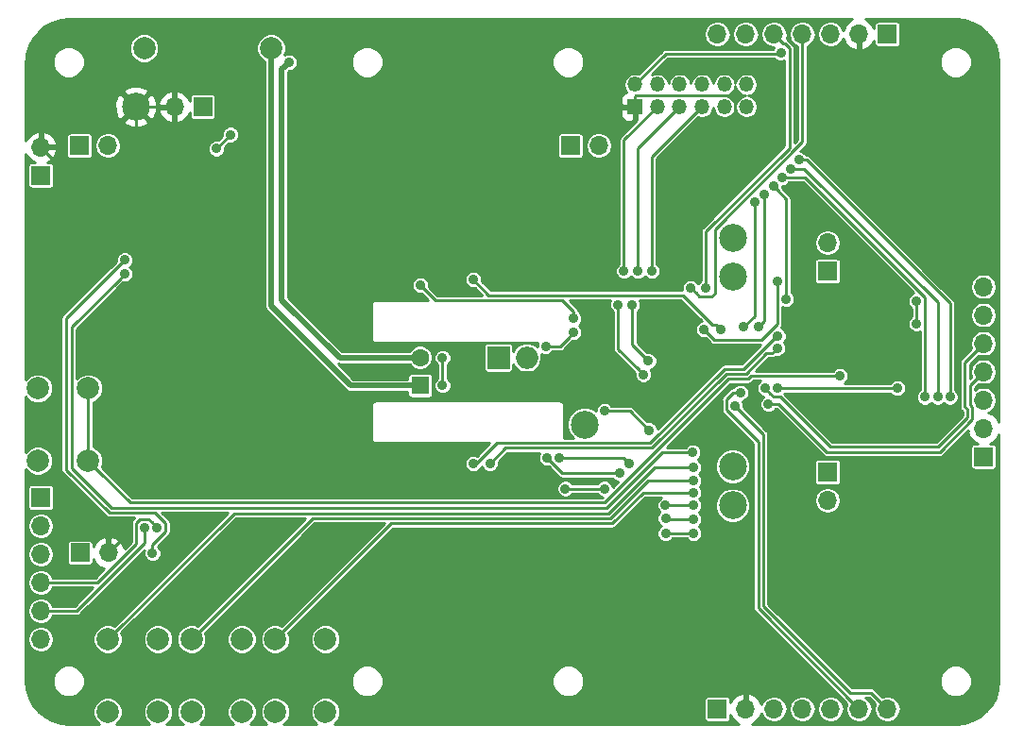
<source format=gbr>
%TF.GenerationSoftware,KiCad,Pcbnew,5.0.1*%
%TF.CreationDate,2019-02-10T21:41:56-05:00*%
%TF.ProjectId,board2,626F617264322E6B696361645F706362,rev?*%
%TF.SameCoordinates,PX5f5e100PY5f5e100*%
%TF.FileFunction,Copper,L2,Bot,Signal*%
%TF.FilePolarity,Positive*%
%FSLAX46Y46*%
G04 Gerber Fmt 4.6, Leading zero omitted, Abs format (unit mm)*
G04 Created by KiCad (PCBNEW 5.0.1) date Sun 10 Feb 2019 09:41:56 PM EST*
%MOMM*%
%LPD*%
G01*
G04 APERTURE LIST*
%ADD10R,1.350000X1.350000*%
%ADD11O,1.350000X1.350000*%
%ADD12R,2.000000X2.000000*%
%ADD13O,2.000000X2.000000*%
%ADD14O,1.700000X1.700000*%
%ADD15R,1.700000X1.700000*%
%ADD16R,1.600000X1.600000*%
%ADD17C,1.600000*%
%ADD18C,2.000000*%
%ADD19C,2.500000*%
%ADD20C,0.900000*%
%ADD21C,0.500000*%
%ADD22C,0.250000*%
%ADD23C,0.254000*%
G04 APERTURE END LIST*
D10*
X15000000Y23750000D03*
D11*
X15000000Y25750000D03*
X17000000Y23750000D03*
X17000000Y25750000D03*
X19000000Y23750000D03*
X19000000Y25750000D03*
X21000000Y23750000D03*
X21000000Y25750000D03*
X23000000Y23750000D03*
X23000000Y25750000D03*
X25000000Y23750000D03*
X25000000Y25750000D03*
D12*
X2750000Y1250000D03*
D13*
X5290000Y1250000D03*
D14*
X-32250000Y20250000D03*
D15*
X-34790000Y20250000D03*
X9210000Y20250000D03*
D14*
X11750000Y20250000D03*
D15*
X37620000Y30250000D03*
D14*
X35080000Y30250000D03*
X32540000Y30250000D03*
X30000000Y30250000D03*
X27460000Y30250000D03*
X24920000Y30250000D03*
X22380000Y30250000D03*
X46250000Y7620000D03*
X46250000Y5080000D03*
X46250000Y2540000D03*
X46250000Y0D03*
X46250000Y-2540000D03*
X46250000Y-5080000D03*
D15*
X46250000Y-7620000D03*
X22380000Y-30250000D03*
D14*
X24920000Y-30250000D03*
X27460000Y-30250000D03*
X30000000Y-30250000D03*
X32540000Y-30250000D03*
X35080000Y-30250000D03*
X37620000Y-30250000D03*
D16*
X-4250000Y-1250000D03*
D17*
X-4250000Y1250000D03*
D18*
X-38500000Y-1500000D03*
X-34000000Y-1500000D03*
X-38500000Y-8000000D03*
X-34000000Y-8000000D03*
X-27750000Y-30500000D03*
X-32250000Y-30500000D03*
X-27750000Y-24000000D03*
X-32250000Y-24000000D03*
X-24750000Y-24000000D03*
X-20250000Y-24000000D03*
X-24750000Y-30500000D03*
X-20250000Y-30500000D03*
X-12750000Y-30500000D03*
X-17250000Y-30500000D03*
X-12750000Y-24000000D03*
X-17250000Y-24000000D03*
D15*
X-23750000Y23750000D03*
D14*
X-26290000Y23750000D03*
X-32210000Y-16250000D03*
D15*
X-34750000Y-16250000D03*
X32250000Y-9000000D03*
D14*
X32250000Y-11540000D03*
X-38250000Y20140000D03*
D15*
X-38250000Y17600000D03*
X32250000Y9000000D03*
D14*
X32250000Y11540000D03*
D15*
X-38250000Y-11300000D03*
D14*
X-38250000Y-13840000D03*
X-38250000Y-16380000D03*
X-38250000Y-18920000D03*
X-38250000Y-21460000D03*
X-38250000Y-24000000D03*
D18*
X-29000000Y29000000D03*
X-17600000Y29000000D03*
D19*
X23750000Y-12000000D03*
X23750000Y8500000D03*
X23750000Y-8500000D03*
X-29750000Y23750000D03*
X23750000Y12000000D03*
X10500000Y-4750000D03*
D20*
X-29750000Y-10250000D03*
X-18750000Y10750000D03*
X-15499990Y10750000D03*
X-13499997Y8749997D03*
X-500000Y11500000D03*
X-3250000Y-8075031D03*
X-30500004Y-14000000D03*
X19564485Y-2089485D03*
X21076984Y-576986D03*
X21500000Y-3750000D03*
X17750000Y8500000D03*
X27965151Y-4123914D03*
X23903983Y16250000D03*
X30502983Y19752983D03*
X25250000Y-14525000D03*
X44000010Y-3750000D03*
X7105254Y-7759223D03*
X17724974Y-12000000D03*
X20250000Y-12000000D03*
X13620665Y-9124071D03*
X20250000Y-13250000D03*
X8250000Y-7724990D03*
X17750000Y-13149987D03*
X14497373Y-8247363D03*
X38500000Y-1500000D03*
X20250000Y-14500000D03*
X-21250000Y21250000D03*
X-22500000Y20000000D03*
X-4250000Y7750000D03*
X17750000Y-14500000D03*
X12249927Y-3521076D03*
X16250000Y-5250000D03*
X8750000Y-10500000D03*
X12247368Y-10497368D03*
X9500000Y4750000D03*
X27773768Y-1476223D03*
X40225000Y4305000D03*
X40225000Y6305010D03*
X28069748Y28594748D03*
X33374628Y-374628D03*
X24451985Y-1875043D03*
X23962963Y-3061903D03*
X27775000Y8075010D03*
X21174978Y3750009D03*
X21349875Y7517306D03*
X20000004Y7500000D03*
X-28949995Y-14026907D03*
X-27850954Y-13980713D03*
X-30750000Y10000000D03*
X-28250000Y-16275000D03*
X20175031Y-7250009D03*
X-30750000Y8750000D03*
X20233208Y-8567168D03*
X20250000Y-9750000D03*
X20250000Y-10850003D03*
X26649997Y-1500000D03*
X26950272Y-2895759D03*
X-16000000Y27750000D03*
X2000000Y-8250000D03*
X27747861Y2103117D03*
X500000Y-8250000D03*
X27798015Y3201985D03*
X500000Y8250000D03*
X22724990Y3750000D03*
X7000000Y2274926D03*
X9500000Y3499980D03*
X-2250000Y1250000D03*
X-2250000Y-1250006D03*
X43225000Y-2275000D03*
X29725158Y18975156D03*
X42124997Y-2275000D03*
X28947331Y18197331D03*
X41000000Y-2275000D03*
X28169506Y17419505D03*
X28550010Y6500000D03*
X27391673Y16641686D03*
X16500000Y9000000D03*
X14750000Y6000000D03*
X16198034Y951985D03*
X15250000Y9000000D03*
X13500000Y6000000D03*
X15752631Y-252631D03*
X13999994Y9000000D03*
X24750000Y3999996D03*
X25727555Y15212525D03*
X26033214Y3985239D03*
X26614429Y15863279D03*
D21*
X-10500000Y-1250000D02*
X-4250000Y-1250000D01*
X-17600000Y29000000D02*
X-17600000Y5850000D01*
X-17600000Y5850000D02*
X-10500000Y-1250000D01*
D22*
X-26290000Y23750000D02*
X-29750000Y23750000D01*
X-35860000Y17750000D02*
X-29750000Y17750000D01*
X-38250000Y20140000D02*
X-35860000Y17750000D01*
X-29750000Y23750000D02*
X-29750000Y17750000D01*
X-29750000Y17750000D02*
X-29750000Y8000000D01*
X-29750000Y-9000000D02*
X-29750000Y-10250000D01*
X-15499990Y10750000D02*
X-13499997Y8750007D01*
X-13499997Y8750007D02*
X-13499997Y8749997D01*
X-13499997Y8749997D02*
X-10749994Y11500000D01*
X-10749994Y11500000D02*
X-500000Y11500000D01*
X-29674969Y-8075031D02*
X-29750000Y-8000000D01*
X-3250000Y-8075031D02*
X-29674969Y-8075031D01*
X-29750000Y8000000D02*
X-29750000Y-8000000D01*
X-29750000Y-8000000D02*
X-29750000Y-9000000D01*
X-32210000Y-16250000D02*
X-30500004Y-14540004D01*
X-30500004Y-14540004D02*
X-30500004Y-14000000D01*
X19564485Y-2089485D02*
X21076984Y-576986D01*
X-19649998Y10750000D02*
X-18750000Y10750000D01*
X-29750000Y8000000D02*
X-29750000Y10750000D01*
X-29750000Y10750000D02*
X-19649998Y10750000D01*
X-500000Y11500000D02*
X3699969Y7300031D01*
X16550031Y7300031D02*
X15250000Y7300031D01*
X3699969Y7300031D02*
X15250000Y7300031D01*
X17750000Y8500000D02*
X16550031Y7300031D01*
X26025002Y-3172014D02*
X26976902Y-4123914D01*
X21949999Y-2709232D02*
X23559198Y-1100033D01*
X27328755Y-4123914D02*
X27965151Y-4123914D01*
X26976902Y-4123914D02*
X27328755Y-4123914D01*
X23559198Y-1100033D02*
X24997037Y-1100033D01*
X21949999Y-3300001D02*
X21949999Y-2709232D01*
X21500000Y-3750000D02*
X21949999Y-3300001D01*
X26025002Y-2127998D02*
X26025002Y-3172014D01*
X24997037Y-1100033D02*
X26025002Y-2127998D01*
X20750000Y11500000D02*
X17750000Y8500000D01*
X15000000Y23750000D02*
X15000000Y24675000D01*
X24000000Y24250000D02*
X24000000Y16346017D01*
X20750000Y12250000D02*
X20750000Y11500000D01*
X20750000Y13096017D02*
X20750000Y12250000D01*
X15000000Y24675000D02*
X15075000Y24750000D01*
X15075000Y24750000D02*
X23500000Y24750000D01*
X23903983Y16250000D02*
X20750000Y13096017D01*
X23500000Y24750000D02*
X24000000Y24250000D01*
X24000000Y16346017D02*
X23903983Y16250000D01*
X30952982Y20202982D02*
X30502983Y19752983D01*
X35080000Y30250000D02*
X35080000Y24330000D01*
X35080000Y24330000D02*
X30952982Y20202982D01*
X25500000Y-15250000D02*
X25250000Y-15000000D01*
X25500000Y-28500000D02*
X25500000Y-15250000D01*
X24920000Y-30250000D02*
X24920000Y-29080000D01*
X25250000Y-15000000D02*
X25250000Y-14525000D01*
X24920000Y-29080000D02*
X25500000Y-28500000D01*
X44000010Y-3113604D02*
X44000010Y-3750000D01*
X30502983Y19752983D02*
X44000010Y6255956D01*
X44000010Y6255956D02*
X44000010Y-3113604D01*
X20250000Y-12000000D02*
X17724974Y-12000000D01*
X12984269Y-9124071D02*
X13620665Y-9124071D01*
X8470102Y-9124071D02*
X12984269Y-9124071D01*
X7105254Y-7759223D02*
X8470102Y-9124071D01*
X20250000Y-13250000D02*
X17850013Y-13250000D01*
X17850013Y-13250000D02*
X17750000Y-13149987D01*
X14047374Y-7797364D02*
X14497373Y-8247363D01*
X8250000Y-7724990D02*
X13975000Y-7724990D01*
X13975000Y-7724990D02*
X14047374Y-7797364D01*
X-21250000Y21250000D02*
X-22500000Y20000000D01*
X20250000Y-14500000D02*
X17750000Y-14500000D01*
X14521076Y-3521076D02*
X16120838Y-5120838D01*
X12249927Y-3521076D02*
X14521076Y-3521076D01*
X9250005Y-10500005D02*
X8750005Y-10500005D01*
X8750005Y-10500005D02*
X8750000Y-10500000D01*
X8750000Y-10500000D02*
X12244736Y-10500000D01*
X12244736Y-10500000D02*
X12247368Y-10497368D01*
X-4250000Y7750000D02*
X-2900010Y6400010D01*
X-2900010Y6400010D02*
X8486386Y6400010D01*
X8486386Y6400010D02*
X9500000Y5386396D01*
X9500000Y5386396D02*
X9500000Y4750000D01*
X38500000Y-1500000D02*
X27797545Y-1500000D01*
X27797545Y-1500000D02*
X27773768Y-1476223D01*
X17750000Y28500000D02*
X15000000Y25750000D01*
X28250000Y28500000D02*
X17750000Y28500000D01*
X40225000Y4305000D02*
X40225000Y6305010D01*
X-34000000Y-6585787D02*
X-34000000Y-1500000D01*
X-34000000Y-8000000D02*
X-34000000Y-6585787D01*
X25398194Y-374628D02*
X25122800Y-650022D01*
X12272821Y-11749999D02*
X-30250001Y-11749999D01*
X-33000001Y-8999999D02*
X-34000000Y-8000000D01*
X23372799Y-650022D02*
X12272821Y-11749999D01*
X-30250001Y-11749999D02*
X-33000001Y-8999999D01*
X33374628Y-374628D02*
X25398194Y-374628D01*
X25122800Y-650022D02*
X23372799Y-650022D01*
X26049989Y-6295933D02*
X23187961Y-3433905D01*
X35080000Y-30250000D02*
X26049989Y-21219989D01*
X23187961Y-3433905D02*
X23187961Y-2502671D01*
X26049989Y-21219989D02*
X26049989Y-6295933D01*
X23815589Y-1875043D02*
X24451985Y-1875043D01*
X23187961Y-2502671D02*
X23815589Y-1875043D01*
X37620000Y-30250000D02*
X36153590Y-28783590D01*
X34250000Y-28783590D02*
X26500000Y-21033590D01*
X36153590Y-28783590D02*
X34250000Y-28783590D01*
X26500000Y-21033590D02*
X26500000Y-5598940D01*
X26500000Y-5598940D02*
X24412962Y-3511902D01*
X24412962Y-3511902D02*
X23962963Y-3061903D01*
X26338586Y2838586D02*
X27775000Y4275000D01*
X27775000Y4275000D02*
X27775000Y7438614D01*
X21174978Y3750009D02*
X22086401Y2838586D01*
X27775000Y7438614D02*
X27775000Y8075010D01*
X22086401Y2838586D02*
X26338586Y2838586D01*
X28411497Y29400001D02*
X28844749Y28966749D01*
X21349875Y12567287D02*
X21349875Y8153702D01*
X21349875Y8153702D02*
X21349875Y7517306D01*
X28844749Y20062161D02*
X21349875Y12567287D01*
X28844749Y28966749D02*
X28844749Y20062161D01*
X28309999Y29400001D02*
X28411497Y29400001D01*
X27460000Y30250000D02*
X28309999Y29400001D01*
X30000000Y20581001D02*
X22174999Y12756000D01*
X22174999Y12756000D02*
X22174999Y7027981D01*
X20450003Y7050001D02*
X20000004Y7500000D01*
X20775006Y6724998D02*
X20450003Y7050001D01*
X21872016Y6724998D02*
X20775006Y6724998D01*
X30000000Y30250000D02*
X30000000Y20581001D01*
X22174999Y7027981D02*
X21872016Y6724998D01*
X-35073590Y-21460000D02*
X-28949995Y-15336405D01*
X-28949995Y-14663303D02*
X-28949995Y-14026907D01*
X-28949995Y-15336405D02*
X-28949995Y-14663303D01*
X-38250000Y-21460000D02*
X-35073590Y-21460000D01*
X-38250000Y-18920000D02*
X-33170000Y-18920000D01*
X-28300953Y-13530714D02*
X-27850954Y-13980713D01*
X-29724998Y-15474998D02*
X-29724998Y-13577996D01*
X-29724998Y-13577996D02*
X-29372001Y-13224999D01*
X-33170000Y-18920000D02*
X-29724998Y-15474998D01*
X-29372001Y-13224999D02*
X-28606668Y-13224999D01*
X-28606668Y-13224999D02*
X-28300953Y-13530714D01*
X-28250000Y-15750000D02*
X-28250000Y-16275000D01*
X-28250000Y-15526761D02*
X-28250000Y-15750000D01*
X-27075953Y-14352714D02*
X-28250000Y-15526761D01*
X-36000000Y4750000D02*
X-36000000Y-8772822D01*
X-30750000Y10000000D02*
X-36000000Y4750000D01*
X-35950010Y-8822811D02*
X-35950010Y4696992D01*
X-32122802Y-12650019D02*
X-35950010Y-8822811D01*
X-28034645Y-12650020D02*
X-32122802Y-12650019D01*
X-27075953Y-14352714D02*
X-27075953Y-13608712D01*
X-27075953Y-13608712D02*
X-28034645Y-12650020D01*
X-31199999Y8300001D02*
X-30750000Y8750000D01*
X-35500000Y4000000D02*
X-31199999Y8300001D01*
X-31936401Y-12200010D02*
X-35500000Y-8636411D01*
X12459221Y-12200010D02*
X-31936401Y-12200010D01*
X17409221Y-7250009D02*
X12459221Y-12200010D01*
X-35500000Y-8636411D02*
X-35500000Y4000000D01*
X20175031Y-7250009D02*
X17409221Y-7250009D01*
X16728473Y-8567168D02*
X19596812Y-8567168D01*
X-20950011Y-12700011D02*
X12595630Y-12700011D01*
X19596812Y-8567168D02*
X20233208Y-8567168D01*
X12595630Y-12700011D02*
X16728473Y-8567168D01*
X-32250000Y-24000000D02*
X-20950011Y-12700011D01*
X20250000Y-9750000D02*
X16182052Y-9750000D01*
X16182052Y-9750000D02*
X12782030Y-13150022D01*
X-13900022Y-13150022D02*
X-23750001Y-23000001D01*
X-23750001Y-23000001D02*
X-24750000Y-24000000D01*
X12782030Y-13150022D02*
X-13900022Y-13150022D01*
X-6850033Y-13600033D02*
X-16250001Y-23000001D01*
X20250000Y-10850003D02*
X15718460Y-10850003D01*
X15718460Y-10850003D02*
X12968430Y-13600033D01*
X-16250001Y-23000001D02*
X-17250000Y-24000000D01*
X12968430Y-13600033D02*
X-6850033Y-13600033D01*
X46250000Y2540000D02*
X44550012Y840012D01*
X27099996Y-1949999D02*
X26649997Y-1500000D01*
X42147014Y-6750000D02*
X32500000Y-6750000D01*
X27424998Y-2275001D02*
X27099996Y-1949999D01*
X28025001Y-2275001D02*
X27424998Y-2275001D01*
X44775012Y-4122002D02*
X42147014Y-6750000D01*
X44775012Y-3377998D02*
X44775012Y-4122002D01*
X32500000Y-6750000D02*
X28025001Y-2275001D01*
X44550012Y-3152998D02*
X44775012Y-3377998D01*
X44550012Y840012D02*
X44550012Y-3152998D01*
X45225023Y-3191598D02*
X45225023Y-4308402D01*
X27586668Y-2895759D02*
X26950272Y-2895759D01*
X46250000Y0D02*
X45000023Y-1249977D01*
X27895759Y-2895759D02*
X27586668Y-2895759D01*
X32200011Y-7200011D02*
X27895759Y-2895759D01*
X45000023Y-1249977D02*
X45000023Y-2966598D01*
X45000023Y-2966598D02*
X45225023Y-3191598D01*
X42333414Y-7200011D02*
X32200011Y-7200011D01*
X45225023Y-4308402D02*
X42333414Y-7200011D01*
D21*
X-4250000Y1250000D02*
X-11462500Y1250000D01*
X-11462500Y1250000D02*
X-16650013Y6437513D01*
X-16449999Y27300001D02*
X-16000000Y27750000D01*
X-16650013Y6437513D02*
X-16650013Y27099987D01*
X-16650013Y27099987D02*
X-16449999Y27300001D01*
D22*
X2000000Y-8250000D02*
X3399979Y-6850021D01*
X3399979Y-6850021D02*
X7500000Y-6850021D01*
X7500000Y-6850021D02*
X8600021Y-6850021D01*
X23186400Y-200011D02*
X24936400Y-200011D01*
X27297862Y1653118D02*
X27747861Y2103117D01*
X24936400Y-200011D02*
X26789529Y1653118D01*
X26789529Y1653118D02*
X27297862Y1653118D01*
X16536390Y-6850021D02*
X23186400Y-200011D01*
X7500000Y-6850021D02*
X16536390Y-6850021D01*
X4769990Y-6400010D02*
X5000000Y-6400010D01*
X2599990Y-6400010D02*
X5000000Y-6400010D01*
X500000Y-8250000D02*
X750000Y-8250000D01*
X750000Y-8250000D02*
X2599990Y-6400010D01*
X5000000Y-6400010D02*
X16349990Y-6400010D01*
X23000000Y250000D02*
X24750000Y250000D01*
X27701985Y3201985D02*
X27798015Y3201985D01*
X24750000Y250000D02*
X27701985Y3201985D01*
X16349990Y-6400010D02*
X23000000Y250000D01*
X19263583Y6850021D02*
X21913605Y4199999D01*
X500000Y8250000D02*
X1899979Y6850021D01*
X22274991Y4199999D02*
X22724990Y3750000D01*
X1899979Y6850021D02*
X19263583Y6850021D01*
X21913605Y4199999D02*
X22274991Y4199999D01*
X7000000Y2274926D02*
X8274946Y2274926D01*
X8274946Y2274926D02*
X9050001Y3049981D01*
X9050001Y3049981D02*
X9500000Y3499980D01*
X-2250000Y1250000D02*
X-2250000Y-1250006D01*
X43225000Y6111710D02*
X30361554Y18975156D01*
X43225000Y-2275000D02*
X43225000Y6111710D01*
X30361554Y18975156D02*
X29725158Y18975156D01*
X30166259Y18197331D02*
X29583727Y18197331D01*
X29583727Y18197331D02*
X28947331Y18197331D01*
X42124997Y-2275000D02*
X42124997Y6238593D01*
X42124997Y6238593D02*
X30166259Y18197331D01*
X41000000Y-2275000D02*
X41000000Y6636396D01*
X30216891Y17419505D02*
X28805902Y17419505D01*
X41000000Y6636396D02*
X30216891Y17419505D01*
X28805902Y17419505D02*
X28169506Y17419505D01*
X28550010Y6500000D02*
X28550010Y15483349D01*
X27841672Y16191687D02*
X27391673Y16641686D01*
X28550010Y15483349D02*
X27841672Y16191687D01*
X21000000Y23750000D02*
X16500000Y19250000D01*
X16500000Y19250000D02*
X16500000Y9636396D01*
X16500000Y9636396D02*
X16500000Y9000000D01*
X14750000Y2400019D02*
X14750000Y4750000D01*
X16198034Y951985D02*
X14750000Y2400019D01*
X14750000Y4750000D02*
X14750000Y6000000D01*
X15250000Y20000000D02*
X15250000Y9636396D01*
X15250000Y9636396D02*
X15250000Y9000000D01*
X19000000Y23750000D02*
X15250000Y20000000D01*
X13500000Y6000000D02*
X13500000Y2000000D01*
X15302632Y197368D02*
X15752631Y-252631D01*
X13500000Y2000000D02*
X15302632Y197368D01*
X13999994Y20749994D02*
X13999994Y9636396D01*
X13999994Y9636396D02*
X13999994Y9000000D01*
X17000000Y23750000D02*
X13999994Y20749994D01*
X25727555Y14576129D02*
X25727555Y15212525D01*
X25727555Y4977551D02*
X25727555Y14576129D01*
X24750000Y3999996D02*
X25727555Y4977551D01*
X26033214Y3985239D02*
X26614429Y4566454D01*
X26614429Y4566454D02*
X26614429Y15226883D01*
X26614429Y15226883D02*
X26614429Y15863279D01*
D23*
G36*
X34313076Y31521645D02*
X33884817Y31131358D01*
X33659977Y30652594D01*
X33648709Y30709242D01*
X33388569Y31098569D01*
X32999242Y31358709D01*
X32655920Y31427000D01*
X32424080Y31427000D01*
X32080758Y31358709D01*
X31691431Y31098569D01*
X31431291Y30709242D01*
X31339942Y30250000D01*
X31431291Y29790758D01*
X31691431Y29401431D01*
X32080758Y29141291D01*
X32424080Y29073000D01*
X32655920Y29073000D01*
X32999242Y29141291D01*
X33388569Y29401431D01*
X33648709Y29790758D01*
X33659977Y29847406D01*
X33884817Y29368642D01*
X34313076Y28978355D01*
X34723110Y28808524D01*
X34953000Y28929845D01*
X34953000Y30123000D01*
X34933000Y30123000D01*
X34933000Y30377000D01*
X34953000Y30377000D01*
X34953000Y30397000D01*
X35207000Y30397000D01*
X35207000Y30377000D01*
X35227000Y30377000D01*
X35227000Y30123000D01*
X35207000Y30123000D01*
X35207000Y28929845D01*
X35436890Y28808524D01*
X35846924Y28978355D01*
X36275183Y29368642D01*
X36436594Y29712343D01*
X36436594Y29400000D01*
X36461973Y29272411D01*
X36534246Y29164246D01*
X36642411Y29091973D01*
X36770000Y29066594D01*
X38470000Y29066594D01*
X38597589Y29091973D01*
X38705754Y29164246D01*
X38778027Y29272411D01*
X38803406Y29400000D01*
X38803406Y31100000D01*
X38778027Y31227589D01*
X38705754Y31335754D01*
X38597589Y31408027D01*
X38470000Y31433406D01*
X36770000Y31433406D01*
X36642411Y31408027D01*
X36534246Y31335754D01*
X36461973Y31227589D01*
X36436594Y31100000D01*
X36436594Y30787657D01*
X36275183Y31131358D01*
X35846924Y31521645D01*
X35662575Y31598000D01*
X43730342Y31598000D01*
X44497036Y31522825D01*
X45215621Y31305872D01*
X45878383Y30953475D01*
X46460075Y30479059D01*
X46938536Y29900700D01*
X47295552Y29240412D01*
X47517517Y28523360D01*
X47597969Y27757903D01*
X47598001Y27748876D01*
X47598000Y-4497426D01*
X47521645Y-4313076D01*
X47131358Y-3884817D01*
X46652594Y-3659977D01*
X46709242Y-3648709D01*
X47098569Y-3388569D01*
X47358709Y-2999242D01*
X47450058Y-2540000D01*
X47358709Y-2080758D01*
X47098569Y-1691431D01*
X46709242Y-1431291D01*
X46365920Y-1363000D01*
X46134080Y-1363000D01*
X45790758Y-1431291D01*
X45452023Y-1657627D01*
X45452023Y-1437201D01*
X45784618Y-1104606D01*
X45790758Y-1108709D01*
X46134080Y-1177000D01*
X46365920Y-1177000D01*
X46709242Y-1108709D01*
X47098569Y-848569D01*
X47358709Y-459242D01*
X47450058Y0D01*
X47358709Y459242D01*
X47098569Y848569D01*
X46709242Y1108709D01*
X46365920Y1177000D01*
X46134080Y1177000D01*
X45790758Y1108709D01*
X45401431Y848569D01*
X45141291Y459242D01*
X45049942Y0D01*
X45141291Y-459242D01*
X45145394Y-465382D01*
X45002012Y-608764D01*
X45002012Y652788D01*
X45784618Y1435394D01*
X45790758Y1431291D01*
X46134080Y1363000D01*
X46365920Y1363000D01*
X46709242Y1431291D01*
X47098569Y1691431D01*
X47358709Y2080758D01*
X47450058Y2540000D01*
X47358709Y2999242D01*
X47098569Y3388569D01*
X46709242Y3648709D01*
X46365920Y3717000D01*
X46134080Y3717000D01*
X45790758Y3648709D01*
X45401431Y3388569D01*
X45141291Y2999242D01*
X45049942Y2540000D01*
X45141291Y2080758D01*
X45145394Y2074618D01*
X44261881Y1191105D01*
X44224138Y1165886D01*
X44177071Y1095445D01*
X44124237Y1016373D01*
X44089157Y840012D01*
X44098012Y795494D01*
X44098013Y-3108476D01*
X44089157Y-3152998D01*
X44124237Y-3329359D01*
X44180181Y-3413084D01*
X44224139Y-3478872D01*
X44261879Y-3504089D01*
X44323012Y-3565222D01*
X44323013Y-3934777D01*
X41959790Y-6298000D01*
X32687225Y-6298000D01*
X28376094Y-1986870D01*
X28370435Y-1978400D01*
X28396835Y-1952000D01*
X37853156Y-1952000D01*
X38059865Y-2158709D01*
X38345445Y-2277000D01*
X38654555Y-2277000D01*
X38940135Y-2158709D01*
X39158709Y-1940135D01*
X39277000Y-1654555D01*
X39277000Y-1345445D01*
X39158709Y-1059865D01*
X38940135Y-841291D01*
X38654555Y-723000D01*
X38345445Y-723000D01*
X38059865Y-841291D01*
X37853156Y-1048000D01*
X33779363Y-1048000D01*
X33814763Y-1033337D01*
X34033337Y-814763D01*
X34151628Y-529183D01*
X34151628Y-220073D01*
X34033337Y65507D01*
X33814763Y284081D01*
X33529183Y402372D01*
X33220073Y402372D01*
X32934493Y284081D01*
X32727784Y77372D01*
X25853007Y77372D01*
X26976754Y1201118D01*
X27253344Y1201118D01*
X27297862Y1192263D01*
X27342380Y1201118D01*
X27474224Y1227343D01*
X27622049Y1326117D01*
X27902416Y1326117D01*
X28187996Y1444408D01*
X28406570Y1662982D01*
X28524861Y1948562D01*
X28524861Y2257672D01*
X28406570Y2543252D01*
X28322348Y2627474D01*
X28456724Y2761850D01*
X28575015Y3047430D01*
X28575015Y3356540D01*
X28456724Y3642120D01*
X28238150Y3860694D01*
X28071707Y3929637D01*
X28100874Y3949126D01*
X28200775Y4098638D01*
X28206742Y4128638D01*
X28235855Y4274999D01*
X28227000Y4319517D01*
X28227000Y5792776D01*
X28395455Y5723000D01*
X28704565Y5723000D01*
X28990145Y5841291D01*
X29208719Y6059865D01*
X29327010Y6345445D01*
X29327010Y6654555D01*
X29208719Y6940135D01*
X29002010Y7146844D01*
X29002010Y9850000D01*
X31066594Y9850000D01*
X31066594Y8150000D01*
X31091973Y8022411D01*
X31164246Y7914246D01*
X31272411Y7841973D01*
X31400000Y7816594D01*
X33100000Y7816594D01*
X33227589Y7841973D01*
X33335754Y7914246D01*
X33408027Y8022411D01*
X33433406Y8150000D01*
X33433406Y9850000D01*
X33408027Y9977589D01*
X33335754Y10085754D01*
X33227589Y10158027D01*
X33100000Y10183406D01*
X31400000Y10183406D01*
X31272411Y10158027D01*
X31164246Y10085754D01*
X31091973Y9977589D01*
X31066594Y9850000D01*
X29002010Y9850000D01*
X29002010Y11540000D01*
X31049942Y11540000D01*
X31141291Y11080758D01*
X31401431Y10691431D01*
X31790758Y10431291D01*
X32134080Y10363000D01*
X32365920Y10363000D01*
X32709242Y10431291D01*
X33098569Y10691431D01*
X33358709Y11080758D01*
X33450058Y11540000D01*
X33358709Y11999242D01*
X33098569Y12388569D01*
X32709242Y12648709D01*
X32365920Y12717000D01*
X32134080Y12717000D01*
X31790758Y12648709D01*
X31401431Y12388569D01*
X31141291Y11999242D01*
X31049942Y11540000D01*
X29002010Y11540000D01*
X29002010Y15438832D01*
X29010865Y15483350D01*
X28975785Y15659711D01*
X28928263Y15730832D01*
X28875884Y15809223D01*
X28838143Y15834441D01*
X28192765Y16479818D01*
X28192763Y16479821D01*
X28168673Y16503911D01*
X28168673Y16642505D01*
X28324061Y16642505D01*
X28609641Y16760796D01*
X28816350Y16967505D01*
X30029667Y16967505D01*
X39960643Y7036528D01*
X39784865Y6963719D01*
X39566291Y6745145D01*
X39448000Y6459565D01*
X39448000Y6150455D01*
X39566291Y5864875D01*
X39773001Y5658165D01*
X39773000Y4951844D01*
X39566291Y4745135D01*
X39448000Y4459555D01*
X39448000Y4150445D01*
X39566291Y3864865D01*
X39784865Y3646291D01*
X40070445Y3528000D01*
X40379555Y3528000D01*
X40548001Y3597772D01*
X40548000Y-1628156D01*
X40341291Y-1834865D01*
X40223000Y-2120445D01*
X40223000Y-2429555D01*
X40341291Y-2715135D01*
X40559865Y-2933709D01*
X40845445Y-3052000D01*
X41154555Y-3052000D01*
X41440135Y-2933709D01*
X41562499Y-2811346D01*
X41684862Y-2933709D01*
X41970442Y-3052000D01*
X42279552Y-3052000D01*
X42565132Y-2933709D01*
X42674999Y-2823843D01*
X42784865Y-2933709D01*
X43070445Y-3052000D01*
X43379555Y-3052000D01*
X43665135Y-2933709D01*
X43883709Y-2715135D01*
X44002000Y-2429555D01*
X44002000Y-2120445D01*
X43883709Y-1834865D01*
X43677000Y-1628156D01*
X43677000Y5080000D01*
X45049942Y5080000D01*
X45141291Y4620758D01*
X45401431Y4231431D01*
X45790758Y3971291D01*
X46134080Y3903000D01*
X46365920Y3903000D01*
X46709242Y3971291D01*
X47098569Y4231431D01*
X47358709Y4620758D01*
X47450058Y5080000D01*
X47358709Y5539242D01*
X47098569Y5928569D01*
X46709242Y6188709D01*
X46365920Y6257000D01*
X46134080Y6257000D01*
X45790758Y6188709D01*
X45401431Y5928569D01*
X45141291Y5539242D01*
X45049942Y5080000D01*
X43677000Y5080000D01*
X43677000Y6067192D01*
X43685855Y6111710D01*
X43650775Y6288072D01*
X43576572Y6399124D01*
X43550874Y6437584D01*
X43513134Y6462801D01*
X42355935Y7620000D01*
X45049942Y7620000D01*
X45141291Y7160758D01*
X45401431Y6771431D01*
X45790758Y6511291D01*
X46134080Y6443000D01*
X46365920Y6443000D01*
X46709242Y6511291D01*
X47098569Y6771431D01*
X47358709Y7160758D01*
X47450058Y7620000D01*
X47358709Y8079242D01*
X47098569Y8468569D01*
X46709242Y8728709D01*
X46365920Y8797000D01*
X46134080Y8797000D01*
X45790758Y8728709D01*
X45401431Y8468569D01*
X45141291Y8079242D01*
X45049942Y7620000D01*
X42355935Y7620000D01*
X30712647Y19263287D01*
X30687428Y19301030D01*
X30537916Y19400931D01*
X30406072Y19427156D01*
X30363543Y19435615D01*
X30165293Y19633865D01*
X29879713Y19752156D01*
X29810379Y19752156D01*
X30288131Y20229908D01*
X30325874Y20255127D01*
X30425775Y20404639D01*
X30452000Y20536483D01*
X30460855Y20581001D01*
X30452000Y20625519D01*
X30452000Y28033848D01*
X42323000Y28033848D01*
X42323000Y27466152D01*
X42540247Y26941669D01*
X42941669Y26540247D01*
X43466152Y26323000D01*
X44033848Y26323000D01*
X44558331Y26540247D01*
X44959753Y26941669D01*
X45177000Y27466152D01*
X45177000Y28033848D01*
X44959753Y28558331D01*
X44558331Y28959753D01*
X44033848Y29177000D01*
X43466152Y29177000D01*
X42941669Y28959753D01*
X42540247Y28558331D01*
X42323000Y28033848D01*
X30452000Y28033848D01*
X30452000Y29139850D01*
X30459242Y29141291D01*
X30848569Y29401431D01*
X31108709Y29790758D01*
X31200058Y30250000D01*
X31108709Y30709242D01*
X30848569Y31098569D01*
X30459242Y31358709D01*
X30115920Y31427000D01*
X29884080Y31427000D01*
X29540758Y31358709D01*
X29151431Y31098569D01*
X28891291Y30709242D01*
X28799942Y30250000D01*
X28891291Y29790758D01*
X29151431Y29401431D01*
X29540758Y29141291D01*
X29548000Y29139850D01*
X29548001Y20768226D01*
X29296749Y20516974D01*
X29296749Y28922231D01*
X29305604Y28966749D01*
X29296584Y29012099D01*
X29270524Y29143111D01*
X29170623Y29292623D01*
X29132883Y29317840D01*
X28762590Y29688132D01*
X28737371Y29725875D01*
X28587859Y29825776D01*
X28576138Y29828107D01*
X28660058Y30250000D01*
X28568709Y30709242D01*
X28308569Y31098569D01*
X27919242Y31358709D01*
X27575920Y31427000D01*
X27344080Y31427000D01*
X27000758Y31358709D01*
X26611431Y31098569D01*
X26351291Y30709242D01*
X26259942Y30250000D01*
X26351291Y29790758D01*
X26611431Y29401431D01*
X27000758Y29141291D01*
X27344080Y29073000D01*
X27449156Y29073000D01*
X27411039Y29034883D01*
X27376708Y28952000D01*
X17794516Y28952000D01*
X17749999Y28960855D01*
X17705483Y28952000D01*
X17705482Y28952000D01*
X17573638Y28925775D01*
X17424126Y28825874D01*
X17398909Y28788134D01*
X15318961Y26708185D01*
X15098687Y26752000D01*
X14901313Y26752000D01*
X14609039Y26693863D01*
X14277598Y26472402D01*
X14056137Y26140961D01*
X13978370Y25750000D01*
X14056137Y25359039D01*
X14255948Y25060000D01*
X14198690Y25060000D01*
X13965301Y24963327D01*
X13786673Y24784698D01*
X13690000Y24551309D01*
X13690000Y24035750D01*
X13848750Y23877000D01*
X14873000Y23877000D01*
X14873000Y23897000D01*
X15127000Y23897000D01*
X15127000Y23877000D01*
X15147000Y23877000D01*
X15147000Y23623000D01*
X15127000Y23623000D01*
X15127000Y22598750D01*
X15168263Y22557487D01*
X13711863Y21101087D01*
X13674120Y21075868D01*
X13597947Y20961866D01*
X13574219Y20926355D01*
X13539139Y20749994D01*
X13547994Y20705476D01*
X13547995Y9680918D01*
X13547994Y9680913D01*
X13547994Y9646844D01*
X13341285Y9440135D01*
X13222994Y9154555D01*
X13222994Y8845445D01*
X13341285Y8559865D01*
X13559859Y8341291D01*
X13845439Y8223000D01*
X14154549Y8223000D01*
X14440129Y8341291D01*
X14624997Y8526159D01*
X14809865Y8341291D01*
X15095445Y8223000D01*
X15404555Y8223000D01*
X15690135Y8341291D01*
X15875000Y8526156D01*
X16059865Y8341291D01*
X16345445Y8223000D01*
X16654555Y8223000D01*
X16940135Y8341291D01*
X17158709Y8559865D01*
X17277000Y8845445D01*
X17277000Y9154555D01*
X17158709Y9440135D01*
X16952000Y9646844D01*
X16952000Y19062776D01*
X20681040Y22791815D01*
X20901313Y22748000D01*
X21098687Y22748000D01*
X21390961Y22806137D01*
X21722402Y23027598D01*
X21943863Y23359039D01*
X22000000Y23641259D01*
X22056137Y23359039D01*
X22277598Y23027598D01*
X22609039Y22806137D01*
X22901313Y22748000D01*
X23098687Y22748000D01*
X23390961Y22806137D01*
X23722402Y23027598D01*
X23943863Y23359039D01*
X24000000Y23641259D01*
X24056137Y23359039D01*
X24277598Y23027598D01*
X24609039Y22806137D01*
X24901313Y22748000D01*
X25098687Y22748000D01*
X25390961Y22806137D01*
X25722402Y23027598D01*
X25943863Y23359039D01*
X26021630Y23750000D01*
X25943863Y24140961D01*
X25722402Y24472402D01*
X25390961Y24693863D01*
X25108742Y24750000D01*
X25390961Y24806137D01*
X25722402Y25027598D01*
X25943863Y25359039D01*
X26021630Y25750000D01*
X25943863Y26140961D01*
X25722402Y26472402D01*
X25390961Y26693863D01*
X25098687Y26752000D01*
X24901313Y26752000D01*
X24609039Y26693863D01*
X24277598Y26472402D01*
X24056137Y26140961D01*
X24000000Y25858741D01*
X23943863Y26140961D01*
X23722402Y26472402D01*
X23390961Y26693863D01*
X23098687Y26752000D01*
X22901313Y26752000D01*
X22609039Y26693863D01*
X22277598Y26472402D01*
X22056137Y26140961D01*
X22000000Y25858741D01*
X21943863Y26140961D01*
X21722402Y26472402D01*
X21390961Y26693863D01*
X21098687Y26752000D01*
X20901313Y26752000D01*
X20609039Y26693863D01*
X20277598Y26472402D01*
X20056137Y26140961D01*
X20000000Y25858741D01*
X19943863Y26140961D01*
X19722402Y26472402D01*
X19390961Y26693863D01*
X19098687Y26752000D01*
X18901313Y26752000D01*
X18609039Y26693863D01*
X18277598Y26472402D01*
X18056137Y26140961D01*
X18000000Y25858741D01*
X17943863Y26140961D01*
X17722402Y26472402D01*
X17390961Y26693863D01*
X17098687Y26752000D01*
X16901313Y26752000D01*
X16609039Y26693863D01*
X16530830Y26641606D01*
X17937225Y28048000D01*
X27517652Y28048000D01*
X27629613Y27936039D01*
X27915193Y27817748D01*
X28224303Y27817748D01*
X28392749Y27887521D01*
X28392750Y20249386D01*
X21061744Y12918380D01*
X21024001Y12893161D01*
X20962099Y12800518D01*
X20924100Y12743648D01*
X20889020Y12567287D01*
X20897875Y12522769D01*
X20897876Y8198224D01*
X20897875Y8198219D01*
X20897875Y8164150D01*
X20691166Y7957441D01*
X20671355Y7909614D01*
X20658713Y7940135D01*
X20440139Y8158709D01*
X20154559Y8277000D01*
X19845449Y8277000D01*
X19559869Y8158709D01*
X19341295Y7940135D01*
X19223004Y7654555D01*
X19223004Y7345445D01*
X19239322Y7306050D01*
X19219065Y7302021D01*
X2087204Y7302021D01*
X1277000Y8112224D01*
X1277000Y8404555D01*
X1158709Y8690135D01*
X940135Y8908709D01*
X654555Y9027000D01*
X345445Y9027000D01*
X59865Y8908709D01*
X-158709Y8690135D01*
X-277000Y8404555D01*
X-277000Y8095445D01*
X-158709Y7809865D01*
X59865Y7591291D01*
X345445Y7473000D01*
X637776Y7473000D01*
X1258765Y6852010D01*
X-2712785Y6852010D01*
X-3473000Y7612224D01*
X-3473000Y7904555D01*
X-3591291Y8190135D01*
X-3809865Y8408709D01*
X-4095445Y8527000D01*
X-4404555Y8527000D01*
X-4690135Y8408709D01*
X-4908709Y8190135D01*
X-5027000Y7904555D01*
X-5027000Y7595445D01*
X-4908709Y7309865D01*
X-4690135Y7091291D01*
X-4404555Y6973000D01*
X-4112224Y6973000D01*
X-3541225Y6402000D01*
X-8210410Y6402000D01*
X-8250000Y6409875D01*
X-8289590Y6402000D01*
X-8406852Y6378675D01*
X-8539825Y6289825D01*
X-8628675Y6156852D01*
X-8659875Y6000000D01*
X-8651999Y5960405D01*
X-8652000Y3039590D01*
X-8659875Y3000000D01*
X-8628675Y2843148D01*
X-8617079Y2825794D01*
X-8539825Y2710175D01*
X-8406852Y2621325D01*
X-8250000Y2590125D01*
X-8210410Y2598000D01*
X6292803Y2598000D01*
X6223000Y2429481D01*
X6223000Y2222558D01*
X5807770Y2500006D01*
X5420696Y2577000D01*
X5159304Y2577000D01*
X4772230Y2500006D01*
X4333287Y2206713D01*
X4083406Y1832741D01*
X4083406Y2250000D01*
X4058027Y2377589D01*
X3985754Y2485754D01*
X3877589Y2558027D01*
X3750000Y2583406D01*
X1750000Y2583406D01*
X1622411Y2558027D01*
X1514246Y2485754D01*
X1441973Y2377589D01*
X1416594Y2250000D01*
X1416594Y250000D01*
X1441973Y122411D01*
X1514246Y14246D01*
X1622411Y-58027D01*
X1750000Y-83406D01*
X3750000Y-83406D01*
X3877589Y-58027D01*
X3985754Y14246D01*
X4058027Y122411D01*
X4083406Y250000D01*
X4083406Y667259D01*
X4333287Y293287D01*
X4772230Y-6D01*
X5159304Y-77000D01*
X5420696Y-77000D01*
X5807770Y-6D01*
X6246713Y293287D01*
X6540006Y732230D01*
X6642997Y1250000D01*
X6571075Y1611573D01*
X6845445Y1497926D01*
X7154555Y1497926D01*
X7440135Y1616217D01*
X7646844Y1822926D01*
X8230428Y1822926D01*
X8274946Y1814071D01*
X8319464Y1822926D01*
X8451308Y1849151D01*
X8600820Y1949052D01*
X8626039Y1986795D01*
X9362225Y2722980D01*
X9654555Y2722980D01*
X9940135Y2841271D01*
X10158709Y3059845D01*
X10277000Y3345425D01*
X10277000Y3654535D01*
X10158709Y3940115D01*
X9973834Y4124990D01*
X10158709Y4309865D01*
X10277000Y4595445D01*
X10277000Y4904555D01*
X10158709Y5190135D01*
X9960459Y5388385D01*
X9925775Y5562758D01*
X9851091Y5674530D01*
X9825874Y5712270D01*
X9788134Y5737487D01*
X9127599Y6398021D01*
X12823847Y6398021D01*
X12723000Y6154555D01*
X12723000Y5845445D01*
X12841291Y5559865D01*
X13048000Y5353156D01*
X13048001Y2044522D01*
X13039145Y2000000D01*
X13074225Y1823639D01*
X13080009Y1814983D01*
X13174127Y1674126D01*
X13211867Y1648909D01*
X14975631Y-114856D01*
X14975631Y-407186D01*
X15093922Y-692766D01*
X15312496Y-911340D01*
X15598076Y-1029631D01*
X15907186Y-1029631D01*
X16192766Y-911340D01*
X16411340Y-692766D01*
X16529631Y-407186D01*
X16529631Y-98076D01*
X16411340Y187504D01*
X16402985Y195859D01*
X16638169Y293276D01*
X16856743Y511850D01*
X16975034Y797430D01*
X16975034Y1106540D01*
X16856743Y1392120D01*
X16638169Y1610694D01*
X16352589Y1728985D01*
X16060259Y1728985D01*
X15202000Y2587243D01*
X15202000Y5353156D01*
X15408709Y5559865D01*
X15527000Y5845445D01*
X15527000Y6154555D01*
X15426153Y6398021D01*
X19076359Y6398021D01*
X20968767Y4505612D01*
X20734843Y4408718D01*
X20516269Y4190144D01*
X20397978Y3904564D01*
X20397978Y3595454D01*
X20516269Y3309874D01*
X20734843Y3091300D01*
X21020423Y2973009D01*
X21312753Y2973009D01*
X21735309Y2550453D01*
X21760527Y2512712D01*
X21890637Y2425775D01*
X21910039Y2412811D01*
X22086401Y2377731D01*
X22130919Y2386586D01*
X26247361Y2386586D01*
X24562776Y702000D01*
X23044516Y702000D01*
X22999999Y710855D01*
X22955483Y702000D01*
X22955482Y702000D01*
X22823638Y675775D01*
X22674126Y575874D01*
X22648909Y538134D01*
X17023582Y-5087194D01*
X16908709Y-4809865D01*
X16690135Y-4591291D01*
X16404555Y-4473000D01*
X16112225Y-4473000D01*
X14872169Y-3232945D01*
X14846950Y-3195202D01*
X14697438Y-3095301D01*
X14565594Y-3069076D01*
X14521076Y-3060221D01*
X14476558Y-3069076D01*
X12896771Y-3069076D01*
X12690062Y-2862367D01*
X12404482Y-2744076D01*
X12095372Y-2744076D01*
X11809792Y-2862367D01*
X11591218Y-3080941D01*
X11472927Y-3366521D01*
X11472927Y-3492712D01*
X11393299Y-3413084D01*
X10813685Y-3173000D01*
X10186315Y-3173000D01*
X9606701Y-3413084D01*
X9163084Y-3856701D01*
X8923000Y-4436315D01*
X8923000Y-5063685D01*
X9163084Y-5643299D01*
X9467795Y-5948010D01*
X8652000Y-5948010D01*
X8652000Y-3039590D01*
X8659875Y-3000000D01*
X8628675Y-2843148D01*
X8539825Y-2710175D01*
X8406852Y-2621325D01*
X8289590Y-2598000D01*
X8250000Y-2590125D01*
X8210410Y-2598000D01*
X-8210410Y-2598000D01*
X-8250000Y-2590125D01*
X-8289590Y-2598000D01*
X-8406852Y-2621325D01*
X-8539825Y-2710175D01*
X-8628675Y-2843148D01*
X-8659875Y-3000000D01*
X-8651999Y-3039595D01*
X-8652000Y-5960410D01*
X-8659875Y-6000000D01*
X-8628675Y-6156852D01*
X-8539825Y-6289825D01*
X-8406852Y-6378675D01*
X-8250000Y-6409875D01*
X-8210410Y-6402000D01*
X1958775Y-6402000D01*
X819467Y-7541309D01*
X654555Y-7473000D01*
X345445Y-7473000D01*
X59865Y-7591291D01*
X-158709Y-7809865D01*
X-277000Y-8095445D01*
X-277000Y-8404555D01*
X-158709Y-8690135D01*
X59865Y-8908709D01*
X345445Y-9027000D01*
X654555Y-9027000D01*
X940135Y-8908709D01*
X1158709Y-8690135D01*
X1250000Y-8469739D01*
X1341291Y-8690135D01*
X1559865Y-8908709D01*
X1845445Y-9027000D01*
X2154555Y-9027000D01*
X2440135Y-8908709D01*
X2658709Y-8690135D01*
X2777000Y-8404555D01*
X2777000Y-8112224D01*
X3587204Y-7302021D01*
X6463612Y-7302021D01*
X6446545Y-7319088D01*
X6328254Y-7604668D01*
X6328254Y-7913778D01*
X6446545Y-8199358D01*
X6665119Y-8417932D01*
X6950699Y-8536223D01*
X7243030Y-8536223D01*
X8119009Y-9412202D01*
X8144228Y-9449945D01*
X8293740Y-9549846D01*
X8470102Y-9584926D01*
X8514620Y-9576071D01*
X12973821Y-9576071D01*
X13180530Y-9782780D01*
X13466110Y-9901071D01*
X13482525Y-9901071D01*
X13024368Y-10359228D01*
X13024368Y-10342813D01*
X12906077Y-10057233D01*
X12687503Y-9838659D01*
X12401923Y-9720368D01*
X12092813Y-9720368D01*
X11807233Y-9838659D01*
X11597892Y-10048000D01*
X9396844Y-10048000D01*
X9190135Y-9841291D01*
X8904555Y-9723000D01*
X8595445Y-9723000D01*
X8309865Y-9841291D01*
X8091291Y-10059865D01*
X7973000Y-10345445D01*
X7973000Y-10654555D01*
X8091291Y-10940135D01*
X8309865Y-11158709D01*
X8595445Y-11277000D01*
X8904555Y-11277000D01*
X9190135Y-11158709D01*
X9396844Y-10952000D01*
X11603156Y-10952000D01*
X11807233Y-11156077D01*
X12092813Y-11274368D01*
X12109228Y-11274368D01*
X12085597Y-11297999D01*
X-30062776Y-11297999D01*
X-32648908Y-8711868D01*
X-32648910Y-8711865D01*
X-32797134Y-8563641D01*
X-32673000Y-8263957D01*
X-32673000Y-7736043D01*
X-32875024Y-7248315D01*
X-33248315Y-6875024D01*
X-33548000Y-6750890D01*
X-33548000Y-2749110D01*
X-33248315Y-2624976D01*
X-32875024Y-2251685D01*
X-32673000Y-1763957D01*
X-32673000Y-1236043D01*
X-32875024Y-748315D01*
X-33248315Y-375024D01*
X-33736043Y-173000D01*
X-34263957Y-173000D01*
X-34751685Y-375024D01*
X-35048000Y-671339D01*
X-35048000Y3812776D01*
X-30887775Y7973000D01*
X-30595445Y7973000D01*
X-30309865Y8091291D01*
X-30091291Y8309865D01*
X-29973000Y8595445D01*
X-29973000Y8904555D01*
X-30091291Y9190135D01*
X-30276156Y9375000D01*
X-30091291Y9559865D01*
X-29973000Y9845445D01*
X-29973000Y10154555D01*
X-30091291Y10440135D01*
X-30309865Y10658709D01*
X-30595445Y10777000D01*
X-30904555Y10777000D01*
X-31190135Y10658709D01*
X-31408709Y10440135D01*
X-31527000Y10154555D01*
X-31527000Y9862225D01*
X-36288131Y5101093D01*
X-36325874Y5075874D01*
X-36391571Y4977551D01*
X-36425775Y4926361D01*
X-36460855Y4750000D01*
X-36452000Y4705483D01*
X-36451999Y-8817340D01*
X-36425774Y-8949184D01*
X-36325873Y-9098696D01*
X-36295907Y-9118719D01*
X-36275884Y-9148685D01*
X-36238141Y-9173904D01*
X-32473893Y-12938152D01*
X-32448676Y-12975892D01*
X-32410936Y-13001109D01*
X-32299164Y-13075793D01*
X-32122803Y-13110874D01*
X-32078282Y-13102018D01*
X-29888246Y-13102019D01*
X-30013131Y-13226905D01*
X-30050871Y-13252122D01*
X-30076088Y-13289862D01*
X-30076089Y-13289863D01*
X-30150773Y-13401635D01*
X-30185853Y-13577996D01*
X-30176997Y-13622518D01*
X-30176998Y-15287774D01*
X-30772930Y-15883706D01*
X-31014817Y-15368642D01*
X-31443076Y-14978355D01*
X-31853110Y-14808524D01*
X-32083000Y-14929845D01*
X-32083000Y-16123000D01*
X-32063000Y-16123000D01*
X-32063000Y-16377000D01*
X-32083000Y-16377000D01*
X-32083000Y-16397000D01*
X-32337000Y-16397000D01*
X-32337000Y-16377000D01*
X-32357000Y-16377000D01*
X-32357000Y-16123000D01*
X-32337000Y-16123000D01*
X-32337000Y-14929845D01*
X-32566890Y-14808524D01*
X-32976924Y-14978355D01*
X-33405183Y-15368642D01*
X-33566594Y-15712343D01*
X-33566594Y-15400000D01*
X-33591973Y-15272411D01*
X-33664246Y-15164246D01*
X-33772411Y-15091973D01*
X-33900000Y-15066594D01*
X-35600000Y-15066594D01*
X-35727589Y-15091973D01*
X-35835754Y-15164246D01*
X-35908027Y-15272411D01*
X-35933406Y-15400000D01*
X-35933406Y-17100000D01*
X-35908027Y-17227589D01*
X-35835754Y-17335754D01*
X-35727589Y-17408027D01*
X-35600000Y-17433406D01*
X-33900000Y-17433406D01*
X-33772411Y-17408027D01*
X-33664246Y-17335754D01*
X-33591973Y-17227589D01*
X-33566594Y-17100000D01*
X-33566594Y-16787657D01*
X-33405183Y-17131358D01*
X-32976924Y-17521645D01*
X-32576655Y-17687431D01*
X-33357224Y-18468000D01*
X-37139850Y-18468000D01*
X-37141291Y-18460758D01*
X-37401431Y-18071431D01*
X-37790758Y-17811291D01*
X-38134080Y-17743000D01*
X-38365920Y-17743000D01*
X-38709242Y-17811291D01*
X-39098569Y-18071431D01*
X-39358709Y-18460758D01*
X-39450058Y-18920000D01*
X-39358709Y-19379242D01*
X-39098569Y-19768569D01*
X-38709242Y-20028709D01*
X-38365920Y-20097000D01*
X-38134080Y-20097000D01*
X-37790758Y-20028709D01*
X-37401431Y-19768569D01*
X-37141291Y-19379242D01*
X-37139850Y-19372000D01*
X-33624814Y-19372000D01*
X-35260814Y-21008000D01*
X-37139850Y-21008000D01*
X-37141291Y-21000758D01*
X-37401431Y-20611431D01*
X-37790758Y-20351291D01*
X-38134080Y-20283000D01*
X-38365920Y-20283000D01*
X-38709242Y-20351291D01*
X-39098569Y-20611431D01*
X-39358709Y-21000758D01*
X-39450058Y-21460000D01*
X-39358709Y-21919242D01*
X-39098569Y-22308569D01*
X-38709242Y-22568709D01*
X-38365920Y-22637000D01*
X-38134080Y-22637000D01*
X-37790758Y-22568709D01*
X-37401431Y-22308569D01*
X-37141291Y-21919242D01*
X-37139850Y-21912000D01*
X-35118108Y-21912000D01*
X-35073590Y-21920855D01*
X-35029072Y-21912000D01*
X-34897228Y-21885775D01*
X-34747716Y-21785874D01*
X-34722497Y-21748131D01*
X-28979051Y-16004686D01*
X-29027000Y-16120445D01*
X-29027000Y-16429555D01*
X-28908709Y-16715135D01*
X-28690135Y-16933709D01*
X-28404555Y-17052000D01*
X-28095445Y-17052000D01*
X-27809865Y-16933709D01*
X-27591291Y-16715135D01*
X-27473000Y-16429555D01*
X-27473000Y-16120445D01*
X-27591291Y-15834865D01*
X-27755085Y-15671071D01*
X-26787819Y-14703805D01*
X-26750079Y-14678588D01*
X-26650178Y-14529076D01*
X-26650178Y-14529075D01*
X-26615098Y-14352715D01*
X-26623953Y-14308197D01*
X-26623953Y-13653228D01*
X-26615098Y-13608711D01*
X-26626603Y-13550873D01*
X-26650178Y-13432350D01*
X-26750079Y-13282838D01*
X-26787820Y-13257620D01*
X-27393431Y-12652010D01*
X-21541235Y-12652010D01*
X-31686358Y-22797134D01*
X-31986043Y-22673000D01*
X-32513957Y-22673000D01*
X-33001685Y-22875024D01*
X-33374976Y-23248315D01*
X-33577000Y-23736043D01*
X-33577000Y-24263957D01*
X-33374976Y-24751685D01*
X-33001685Y-25124976D01*
X-32513957Y-25327000D01*
X-31986043Y-25327000D01*
X-31498315Y-25124976D01*
X-31125024Y-24751685D01*
X-30923000Y-24263957D01*
X-30923000Y-23736043D01*
X-29077000Y-23736043D01*
X-29077000Y-24263957D01*
X-28874976Y-24751685D01*
X-28501685Y-25124976D01*
X-28013957Y-25327000D01*
X-27486043Y-25327000D01*
X-26998315Y-25124976D01*
X-26625024Y-24751685D01*
X-26423000Y-24263957D01*
X-26423000Y-23736043D01*
X-26625024Y-23248315D01*
X-26998315Y-22875024D01*
X-27486043Y-22673000D01*
X-28013957Y-22673000D01*
X-28501685Y-22875024D01*
X-28874976Y-23248315D01*
X-29077000Y-23736043D01*
X-30923000Y-23736043D01*
X-31047134Y-23436358D01*
X-20762786Y-13152011D01*
X-14541236Y-13152011D01*
X-24038132Y-22648908D01*
X-24038135Y-22648910D01*
X-24186359Y-22797134D01*
X-24486043Y-22673000D01*
X-25013957Y-22673000D01*
X-25501685Y-22875024D01*
X-25874976Y-23248315D01*
X-26077000Y-23736043D01*
X-26077000Y-24263957D01*
X-25874976Y-24751685D01*
X-25501685Y-25124976D01*
X-25013957Y-25327000D01*
X-24486043Y-25327000D01*
X-23998315Y-25124976D01*
X-23625024Y-24751685D01*
X-23423000Y-24263957D01*
X-23423000Y-23736043D01*
X-21577000Y-23736043D01*
X-21577000Y-24263957D01*
X-21374976Y-24751685D01*
X-21001685Y-25124976D01*
X-20513957Y-25327000D01*
X-19986043Y-25327000D01*
X-19498315Y-25124976D01*
X-19125024Y-24751685D01*
X-18923000Y-24263957D01*
X-18923000Y-23736043D01*
X-19125024Y-23248315D01*
X-19498315Y-22875024D01*
X-19986043Y-22673000D01*
X-20513957Y-22673000D01*
X-21001685Y-22875024D01*
X-21374976Y-23248315D01*
X-21577000Y-23736043D01*
X-23423000Y-23736043D01*
X-23547134Y-23436359D01*
X-23398910Y-23288135D01*
X-23398908Y-23288132D01*
X-13712797Y-13602022D01*
X-7491247Y-13602022D01*
X-16538132Y-22648908D01*
X-16538135Y-22648910D01*
X-16686359Y-22797134D01*
X-16986043Y-22673000D01*
X-17513957Y-22673000D01*
X-18001685Y-22875024D01*
X-18374976Y-23248315D01*
X-18577000Y-23736043D01*
X-18577000Y-24263957D01*
X-18374976Y-24751685D01*
X-18001685Y-25124976D01*
X-17513957Y-25327000D01*
X-16986043Y-25327000D01*
X-16498315Y-25124976D01*
X-16125024Y-24751685D01*
X-15923000Y-24263957D01*
X-15923000Y-23736043D01*
X-14077000Y-23736043D01*
X-14077000Y-24263957D01*
X-13874976Y-24751685D01*
X-13501685Y-25124976D01*
X-13013957Y-25327000D01*
X-12486043Y-25327000D01*
X-11998315Y-25124976D01*
X-11625024Y-24751685D01*
X-11423000Y-24263957D01*
X-11423000Y-23736043D01*
X-11625024Y-23248315D01*
X-11998315Y-22875024D01*
X-12486043Y-22673000D01*
X-13013957Y-22673000D01*
X-13501685Y-22875024D01*
X-13874976Y-23248315D01*
X-14077000Y-23736043D01*
X-15923000Y-23736043D01*
X-16047134Y-23436359D01*
X-15898910Y-23288135D01*
X-15898908Y-23288132D01*
X-6662808Y-14052033D01*
X12923912Y-14052033D01*
X12968430Y-14060888D01*
X13012948Y-14052033D01*
X13144792Y-14025808D01*
X13294304Y-13925907D01*
X13319523Y-13888164D01*
X15905685Y-11302003D01*
X17379689Y-11302003D01*
X17284839Y-11341291D01*
X17066265Y-11559865D01*
X16947974Y-11845445D01*
X16947974Y-12154555D01*
X17066265Y-12440135D01*
X17213637Y-12587507D01*
X17091291Y-12709852D01*
X16973000Y-12995432D01*
X16973000Y-13304542D01*
X17091291Y-13590122D01*
X17309865Y-13808696D01*
X17349211Y-13824994D01*
X17309865Y-13841291D01*
X17091291Y-14059865D01*
X16973000Y-14345445D01*
X16973000Y-14654555D01*
X17091291Y-14940135D01*
X17309865Y-15158709D01*
X17595445Y-15277000D01*
X17904555Y-15277000D01*
X18190135Y-15158709D01*
X18396844Y-14952000D01*
X19603156Y-14952000D01*
X19809865Y-15158709D01*
X20095445Y-15277000D01*
X20404555Y-15277000D01*
X20690135Y-15158709D01*
X20908709Y-14940135D01*
X21027000Y-14654555D01*
X21027000Y-14345445D01*
X20908709Y-14059865D01*
X20723844Y-13875000D01*
X20908709Y-13690135D01*
X21027000Y-13404555D01*
X21027000Y-13095445D01*
X20908709Y-12809865D01*
X20723844Y-12625000D01*
X20908709Y-12440135D01*
X21027000Y-12154555D01*
X21027000Y-11845445D01*
X20961087Y-11686315D01*
X22173000Y-11686315D01*
X22173000Y-12313685D01*
X22413084Y-12893299D01*
X22856701Y-13336916D01*
X23436315Y-13577000D01*
X24063685Y-13577000D01*
X24643299Y-13336916D01*
X25086916Y-12893299D01*
X25327000Y-12313685D01*
X25327000Y-11686315D01*
X25086916Y-11106701D01*
X24643299Y-10663084D01*
X24063685Y-10423000D01*
X23436315Y-10423000D01*
X22856701Y-10663084D01*
X22413084Y-11106701D01*
X22173000Y-11686315D01*
X20961087Y-11686315D01*
X20908709Y-11559865D01*
X20773846Y-11425002D01*
X20908709Y-11290138D01*
X21027000Y-11004558D01*
X21027000Y-10695448D01*
X20908709Y-10409868D01*
X20798843Y-10300002D01*
X20908709Y-10190135D01*
X21027000Y-9904555D01*
X21027000Y-9595445D01*
X20908709Y-9309865D01*
X20749032Y-9150188D01*
X20891917Y-9007303D01*
X21010208Y-8721723D01*
X21010208Y-8412613D01*
X20916473Y-8186315D01*
X22173000Y-8186315D01*
X22173000Y-8813685D01*
X22413084Y-9393299D01*
X22856701Y-9836916D01*
X23436315Y-10077000D01*
X24063685Y-10077000D01*
X24643299Y-9836916D01*
X25086916Y-9393299D01*
X25327000Y-8813685D01*
X25327000Y-8186315D01*
X25086916Y-7606701D01*
X24643299Y-7163084D01*
X24063685Y-6923000D01*
X23436315Y-6923000D01*
X22856701Y-7163084D01*
X22413084Y-7606701D01*
X22173000Y-8186315D01*
X20916473Y-8186315D01*
X20891917Y-8127033D01*
X20673343Y-7908459D01*
X20632389Y-7891495D01*
X20833740Y-7690144D01*
X20952031Y-7404564D01*
X20952031Y-7095454D01*
X20833740Y-6809874D01*
X20615166Y-6591300D01*
X20329586Y-6473009D01*
X20020476Y-6473009D01*
X19734896Y-6591300D01*
X19528187Y-6798009D01*
X17864036Y-6798009D01*
X23560024Y-1102022D01*
X24287824Y-1102022D01*
X24011850Y-1216334D01*
X23813601Y-1414583D01*
X23639227Y-1449268D01*
X23489715Y-1549169D01*
X23464497Y-1586910D01*
X22899828Y-2151580D01*
X22862088Y-2176797D01*
X22836871Y-2214537D01*
X22836870Y-2214538D01*
X22762186Y-2326310D01*
X22727106Y-2502671D01*
X22735962Y-2547193D01*
X22735961Y-3389387D01*
X22727106Y-3433905D01*
X22740658Y-3502038D01*
X22762186Y-3610266D01*
X22862087Y-3759779D01*
X22899830Y-3784998D01*
X25597990Y-6483159D01*
X25597989Y-21175471D01*
X25589134Y-21219989D01*
X25601795Y-21283639D01*
X25624214Y-21396350D01*
X25724115Y-21545863D01*
X25761858Y-21571082D01*
X33975393Y-29784618D01*
X33971291Y-29790758D01*
X33879942Y-30250000D01*
X33971291Y-30709242D01*
X34231431Y-31098569D01*
X34620758Y-31358709D01*
X34964080Y-31427000D01*
X35195920Y-31427000D01*
X35539242Y-31358709D01*
X35928569Y-31098569D01*
X36188709Y-30709242D01*
X36280058Y-30250000D01*
X36188709Y-29790758D01*
X35928569Y-29401431D01*
X35680370Y-29235590D01*
X35966366Y-29235590D01*
X36515394Y-29784618D01*
X36511291Y-29790758D01*
X36419942Y-30250000D01*
X36511291Y-30709242D01*
X36771431Y-31098569D01*
X37160758Y-31358709D01*
X37504080Y-31427000D01*
X37735920Y-31427000D01*
X38079242Y-31358709D01*
X38468569Y-31098569D01*
X38728709Y-30709242D01*
X38820058Y-30250000D01*
X38728709Y-29790758D01*
X38468569Y-29401431D01*
X38079242Y-29141291D01*
X37735920Y-29073000D01*
X37504080Y-29073000D01*
X37160758Y-29141291D01*
X37154618Y-29145394D01*
X36504683Y-28495459D01*
X36479464Y-28457716D01*
X36329952Y-28357815D01*
X36198108Y-28331590D01*
X36153590Y-28322735D01*
X36109072Y-28331590D01*
X34437225Y-28331590D01*
X33571787Y-27466152D01*
X42323000Y-27466152D01*
X42323000Y-28033848D01*
X42540247Y-28558331D01*
X42941669Y-28959753D01*
X43466152Y-29177000D01*
X44033848Y-29177000D01*
X44558331Y-28959753D01*
X44959753Y-28558331D01*
X45177000Y-28033848D01*
X45177000Y-27466152D01*
X44959753Y-26941669D01*
X44558331Y-26540247D01*
X44033848Y-26323000D01*
X43466152Y-26323000D01*
X42941669Y-26540247D01*
X42540247Y-26941669D01*
X42323000Y-27466152D01*
X33571787Y-27466152D01*
X26952000Y-20846366D01*
X26952000Y-11540000D01*
X31049942Y-11540000D01*
X31141291Y-11999242D01*
X31401431Y-12388569D01*
X31790758Y-12648709D01*
X32134080Y-12717000D01*
X32365920Y-12717000D01*
X32709242Y-12648709D01*
X33098569Y-12388569D01*
X33358709Y-11999242D01*
X33450058Y-11540000D01*
X33358709Y-11080758D01*
X33098569Y-10691431D01*
X32709242Y-10431291D01*
X32365920Y-10363000D01*
X32134080Y-10363000D01*
X31790758Y-10431291D01*
X31401431Y-10691431D01*
X31141291Y-11080758D01*
X31049942Y-11540000D01*
X26952000Y-11540000D01*
X26952000Y-8150000D01*
X31066594Y-8150000D01*
X31066594Y-9850000D01*
X31091973Y-9977589D01*
X31164246Y-10085754D01*
X31272411Y-10158027D01*
X31400000Y-10183406D01*
X33100000Y-10183406D01*
X33227589Y-10158027D01*
X33335754Y-10085754D01*
X33408027Y-9977589D01*
X33433406Y-9850000D01*
X33433406Y-8150000D01*
X33408027Y-8022411D01*
X33335754Y-7914246D01*
X33227589Y-7841973D01*
X33100000Y-7816594D01*
X31400000Y-7816594D01*
X31272411Y-7841973D01*
X31164246Y-7914246D01*
X31091973Y-8022411D01*
X31066594Y-8150000D01*
X26952000Y-8150000D01*
X26952000Y-5643456D01*
X26960855Y-5598939D01*
X26935591Y-5471929D01*
X26925775Y-5422578D01*
X26825874Y-5273066D01*
X26788131Y-5247847D01*
X24764055Y-3223771D01*
X24764053Y-3223768D01*
X24739963Y-3199678D01*
X24739963Y-2907348D01*
X24630160Y-2642259D01*
X24892120Y-2533752D01*
X25110694Y-2315178D01*
X25228985Y-2029598D01*
X25228985Y-1720488D01*
X25110694Y-1434908D01*
X24892120Y-1216334D01*
X24616146Y-1102022D01*
X25078282Y-1102022D01*
X25122800Y-1110877D01*
X25167318Y-1102022D01*
X25299162Y-1075797D01*
X25448674Y-975896D01*
X25473893Y-938153D01*
X25585418Y-826628D01*
X26245262Y-826628D01*
X26209862Y-841291D01*
X25991288Y-1059865D01*
X25872997Y-1345445D01*
X25872997Y-1654555D01*
X25991288Y-1940135D01*
X26209862Y-2158709D01*
X26477584Y-2269603D01*
X26291563Y-2455624D01*
X26173272Y-2741204D01*
X26173272Y-3050314D01*
X26291563Y-3335894D01*
X26510137Y-3554468D01*
X26795717Y-3672759D01*
X27104827Y-3672759D01*
X27390407Y-3554468D01*
X27597116Y-3347759D01*
X27708535Y-3347759D01*
X31848918Y-7488142D01*
X31874137Y-7525885D01*
X32016491Y-7621003D01*
X32023649Y-7625786D01*
X32200011Y-7660866D01*
X32244529Y-7652011D01*
X42288896Y-7652011D01*
X42333414Y-7660866D01*
X42377932Y-7652011D01*
X42509776Y-7625786D01*
X42659288Y-7525885D01*
X42684507Y-7488142D01*
X44889835Y-5282815D01*
X44808524Y-5436890D01*
X44978355Y-5846924D01*
X45368642Y-6275183D01*
X45712343Y-6436594D01*
X45400000Y-6436594D01*
X45272411Y-6461973D01*
X45164246Y-6534246D01*
X45091973Y-6642411D01*
X45066594Y-6770000D01*
X45066594Y-8470000D01*
X45091973Y-8597589D01*
X45164246Y-8705754D01*
X45272411Y-8778027D01*
X45400000Y-8803406D01*
X47100000Y-8803406D01*
X47227589Y-8778027D01*
X47335754Y-8705754D01*
X47408027Y-8597589D01*
X47433406Y-8470000D01*
X47433406Y-6770000D01*
X47408027Y-6642411D01*
X47335754Y-6534246D01*
X47227589Y-6461973D01*
X47100000Y-6436594D01*
X46787657Y-6436594D01*
X47131358Y-6275183D01*
X47521645Y-5846924D01*
X47598000Y-5662574D01*
X47598000Y-27730342D01*
X47522825Y-28497036D01*
X47305871Y-29215624D01*
X46953475Y-29878383D01*
X46479059Y-30460075D01*
X45900695Y-30938539D01*
X45240412Y-31295552D01*
X44523360Y-31517517D01*
X43757903Y-31597969D01*
X43749162Y-31598000D01*
X25502575Y-31598000D01*
X25686924Y-31521645D01*
X26115183Y-31131358D01*
X26340023Y-30652594D01*
X26351291Y-30709242D01*
X26611431Y-31098569D01*
X27000758Y-31358709D01*
X27344080Y-31427000D01*
X27575920Y-31427000D01*
X27919242Y-31358709D01*
X28308569Y-31098569D01*
X28568709Y-30709242D01*
X28660058Y-30250000D01*
X28799942Y-30250000D01*
X28891291Y-30709242D01*
X29151431Y-31098569D01*
X29540758Y-31358709D01*
X29884080Y-31427000D01*
X30115920Y-31427000D01*
X30459242Y-31358709D01*
X30848569Y-31098569D01*
X31108709Y-30709242D01*
X31200058Y-30250000D01*
X31339942Y-30250000D01*
X31431291Y-30709242D01*
X31691431Y-31098569D01*
X32080758Y-31358709D01*
X32424080Y-31427000D01*
X32655920Y-31427000D01*
X32999242Y-31358709D01*
X33388569Y-31098569D01*
X33648709Y-30709242D01*
X33740058Y-30250000D01*
X33648709Y-29790758D01*
X33388569Y-29401431D01*
X32999242Y-29141291D01*
X32655920Y-29073000D01*
X32424080Y-29073000D01*
X32080758Y-29141291D01*
X31691431Y-29401431D01*
X31431291Y-29790758D01*
X31339942Y-30250000D01*
X31200058Y-30250000D01*
X31108709Y-29790758D01*
X30848569Y-29401431D01*
X30459242Y-29141291D01*
X30115920Y-29073000D01*
X29884080Y-29073000D01*
X29540758Y-29141291D01*
X29151431Y-29401431D01*
X28891291Y-29790758D01*
X28799942Y-30250000D01*
X28660058Y-30250000D01*
X28568709Y-29790758D01*
X28308569Y-29401431D01*
X27919242Y-29141291D01*
X27575920Y-29073000D01*
X27344080Y-29073000D01*
X27000758Y-29141291D01*
X26611431Y-29401431D01*
X26351291Y-29790758D01*
X26340023Y-29847406D01*
X26115183Y-29368642D01*
X25686924Y-28978355D01*
X25276890Y-28808524D01*
X25047000Y-28929845D01*
X25047000Y-30123000D01*
X25067000Y-30123000D01*
X25067000Y-30377000D01*
X25047000Y-30377000D01*
X25047000Y-30397000D01*
X24793000Y-30397000D01*
X24793000Y-30377000D01*
X24773000Y-30377000D01*
X24773000Y-30123000D01*
X24793000Y-30123000D01*
X24793000Y-28929845D01*
X24563110Y-28808524D01*
X24153076Y-28978355D01*
X23724817Y-29368642D01*
X23563406Y-29712343D01*
X23563406Y-29400000D01*
X23538027Y-29272411D01*
X23465754Y-29164246D01*
X23357589Y-29091973D01*
X23230000Y-29066594D01*
X21530000Y-29066594D01*
X21402411Y-29091973D01*
X21294246Y-29164246D01*
X21221973Y-29272411D01*
X21196594Y-29400000D01*
X21196594Y-31100000D01*
X21221973Y-31227589D01*
X21294246Y-31335754D01*
X21402411Y-31408027D01*
X21530000Y-31433406D01*
X23230000Y-31433406D01*
X23357589Y-31408027D01*
X23465754Y-31335754D01*
X23538027Y-31227589D01*
X23563406Y-31100000D01*
X23563406Y-30787657D01*
X23724817Y-31131358D01*
X24153076Y-31521645D01*
X24337425Y-31598000D01*
X-11971339Y-31598000D01*
X-11625024Y-31251685D01*
X-11423000Y-30763957D01*
X-11423000Y-30236043D01*
X-11625024Y-29748315D01*
X-11998315Y-29375024D01*
X-12486043Y-29173000D01*
X-13013957Y-29173000D01*
X-13501685Y-29375024D01*
X-13874976Y-29748315D01*
X-14077000Y-30236043D01*
X-14077000Y-30763957D01*
X-13874976Y-31251685D01*
X-13528661Y-31598000D01*
X-16471339Y-31598000D01*
X-16125024Y-31251685D01*
X-15923000Y-30763957D01*
X-15923000Y-30236043D01*
X-16125024Y-29748315D01*
X-16498315Y-29375024D01*
X-16986043Y-29173000D01*
X-17513957Y-29173000D01*
X-18001685Y-29375024D01*
X-18374976Y-29748315D01*
X-18577000Y-30236043D01*
X-18577000Y-30763957D01*
X-18374976Y-31251685D01*
X-18028661Y-31598000D01*
X-19471339Y-31598000D01*
X-19125024Y-31251685D01*
X-18923000Y-30763957D01*
X-18923000Y-30236043D01*
X-19125024Y-29748315D01*
X-19498315Y-29375024D01*
X-19986043Y-29173000D01*
X-20513957Y-29173000D01*
X-21001685Y-29375024D01*
X-21374976Y-29748315D01*
X-21577000Y-30236043D01*
X-21577000Y-30763957D01*
X-21374976Y-31251685D01*
X-21028661Y-31598000D01*
X-23971339Y-31598000D01*
X-23625024Y-31251685D01*
X-23423000Y-30763957D01*
X-23423000Y-30236043D01*
X-23625024Y-29748315D01*
X-23998315Y-29375024D01*
X-24486043Y-29173000D01*
X-25013957Y-29173000D01*
X-25501685Y-29375024D01*
X-25874976Y-29748315D01*
X-26077000Y-30236043D01*
X-26077000Y-30763957D01*
X-25874976Y-31251685D01*
X-25528661Y-31598000D01*
X-26971339Y-31598000D01*
X-26625024Y-31251685D01*
X-26423000Y-30763957D01*
X-26423000Y-30236043D01*
X-26625024Y-29748315D01*
X-26998315Y-29375024D01*
X-27486043Y-29173000D01*
X-28013957Y-29173000D01*
X-28501685Y-29375024D01*
X-28874976Y-29748315D01*
X-29077000Y-30236043D01*
X-29077000Y-30763957D01*
X-28874976Y-31251685D01*
X-28528661Y-31598000D01*
X-31471339Y-31598000D01*
X-31125024Y-31251685D01*
X-30923000Y-30763957D01*
X-30923000Y-30236043D01*
X-31125024Y-29748315D01*
X-31498315Y-29375024D01*
X-31986043Y-29173000D01*
X-32513957Y-29173000D01*
X-33001685Y-29375024D01*
X-33374976Y-29748315D01*
X-33577000Y-30236043D01*
X-33577000Y-30763957D01*
X-33374976Y-31251685D01*
X-33028661Y-31598000D01*
X-35730342Y-31598000D01*
X-36497036Y-31522825D01*
X-37215624Y-31305871D01*
X-37878383Y-30953475D01*
X-38460075Y-30479059D01*
X-38938539Y-29900695D01*
X-39295552Y-29240412D01*
X-39517517Y-28523360D01*
X-39597969Y-27757903D01*
X-39598000Y-27749162D01*
X-39598000Y-27466152D01*
X-37177000Y-27466152D01*
X-37177000Y-28033848D01*
X-36959753Y-28558331D01*
X-36558331Y-28959753D01*
X-36033848Y-29177000D01*
X-35466152Y-29177000D01*
X-34941669Y-28959753D01*
X-34540247Y-28558331D01*
X-34323000Y-28033848D01*
X-34323000Y-27466152D01*
X-10427000Y-27466152D01*
X-10427000Y-28033848D01*
X-10209753Y-28558331D01*
X-9808331Y-28959753D01*
X-9283848Y-29177000D01*
X-8716152Y-29177000D01*
X-8191669Y-28959753D01*
X-7790247Y-28558331D01*
X-7573000Y-28033848D01*
X-7573000Y-27466152D01*
X7573000Y-27466152D01*
X7573000Y-28033848D01*
X7790247Y-28558331D01*
X8191669Y-28959753D01*
X8716152Y-29177000D01*
X9283848Y-29177000D01*
X9808331Y-28959753D01*
X10209753Y-28558331D01*
X10427000Y-28033848D01*
X10427000Y-27466152D01*
X10209753Y-26941669D01*
X9808331Y-26540247D01*
X9283848Y-26323000D01*
X8716152Y-26323000D01*
X8191669Y-26540247D01*
X7790247Y-26941669D01*
X7573000Y-27466152D01*
X-7573000Y-27466152D01*
X-7790247Y-26941669D01*
X-8191669Y-26540247D01*
X-8716152Y-26323000D01*
X-9283848Y-26323000D01*
X-9808331Y-26540247D01*
X-10209753Y-26941669D01*
X-10427000Y-27466152D01*
X-34323000Y-27466152D01*
X-34540247Y-26941669D01*
X-34941669Y-26540247D01*
X-35466152Y-26323000D01*
X-36033848Y-26323000D01*
X-36558331Y-26540247D01*
X-36959753Y-26941669D01*
X-37177000Y-27466152D01*
X-39598000Y-27466152D01*
X-39598000Y-24000000D01*
X-39450058Y-24000000D01*
X-39358709Y-24459242D01*
X-39098569Y-24848569D01*
X-38709242Y-25108709D01*
X-38365920Y-25177000D01*
X-38134080Y-25177000D01*
X-37790758Y-25108709D01*
X-37401431Y-24848569D01*
X-37141291Y-24459242D01*
X-37049942Y-24000000D01*
X-37141291Y-23540758D01*
X-37401431Y-23151431D01*
X-37790758Y-22891291D01*
X-38134080Y-22823000D01*
X-38365920Y-22823000D01*
X-38709242Y-22891291D01*
X-39098569Y-23151431D01*
X-39358709Y-23540758D01*
X-39450058Y-24000000D01*
X-39598000Y-24000000D01*
X-39598000Y-16380000D01*
X-39450058Y-16380000D01*
X-39358709Y-16839242D01*
X-39098569Y-17228569D01*
X-38709242Y-17488709D01*
X-38365920Y-17557000D01*
X-38134080Y-17557000D01*
X-37790758Y-17488709D01*
X-37401431Y-17228569D01*
X-37141291Y-16839242D01*
X-37049942Y-16380000D01*
X-37141291Y-15920758D01*
X-37401431Y-15531431D01*
X-37790758Y-15271291D01*
X-38134080Y-15203000D01*
X-38365920Y-15203000D01*
X-38709242Y-15271291D01*
X-39098569Y-15531431D01*
X-39358709Y-15920758D01*
X-39450058Y-16380000D01*
X-39598000Y-16380000D01*
X-39598000Y-13840000D01*
X-39450058Y-13840000D01*
X-39358709Y-14299242D01*
X-39098569Y-14688569D01*
X-38709242Y-14948709D01*
X-38365920Y-15017000D01*
X-38134080Y-15017000D01*
X-37790758Y-14948709D01*
X-37401431Y-14688569D01*
X-37141291Y-14299242D01*
X-37049942Y-13840000D01*
X-37141291Y-13380758D01*
X-37401431Y-12991431D01*
X-37790758Y-12731291D01*
X-38134080Y-12663000D01*
X-38365920Y-12663000D01*
X-38709242Y-12731291D01*
X-39098569Y-12991431D01*
X-39358709Y-13380758D01*
X-39450058Y-13840000D01*
X-39598000Y-13840000D01*
X-39598000Y-10450000D01*
X-39433406Y-10450000D01*
X-39433406Y-12150000D01*
X-39408027Y-12277589D01*
X-39335754Y-12385754D01*
X-39227589Y-12458027D01*
X-39100000Y-12483406D01*
X-37400000Y-12483406D01*
X-37272411Y-12458027D01*
X-37164246Y-12385754D01*
X-37091973Y-12277589D01*
X-37066594Y-12150000D01*
X-37066594Y-10450000D01*
X-37091973Y-10322411D01*
X-37164246Y-10214246D01*
X-37272411Y-10141973D01*
X-37400000Y-10116594D01*
X-39100000Y-10116594D01*
X-39227589Y-10141973D01*
X-39335754Y-10214246D01*
X-39408027Y-10322411D01*
X-39433406Y-10450000D01*
X-39598000Y-10450000D01*
X-39598000Y-8778661D01*
X-39251685Y-9124976D01*
X-38763957Y-9327000D01*
X-38236043Y-9327000D01*
X-37748315Y-9124976D01*
X-37375024Y-8751685D01*
X-37173000Y-8263957D01*
X-37173000Y-7736043D01*
X-37375024Y-7248315D01*
X-37748315Y-6875024D01*
X-38236043Y-6673000D01*
X-38763957Y-6673000D01*
X-39251685Y-6875024D01*
X-39598000Y-7221339D01*
X-39598000Y-2278661D01*
X-39251685Y-2624976D01*
X-38763957Y-2827000D01*
X-38236043Y-2827000D01*
X-37748315Y-2624976D01*
X-37375024Y-2251685D01*
X-37173000Y-1763957D01*
X-37173000Y-1236043D01*
X-37375024Y-748315D01*
X-37748315Y-375024D01*
X-38236043Y-173000D01*
X-38763957Y-173000D01*
X-39251685Y-375024D01*
X-39598000Y-721339D01*
X-39598000Y19557425D01*
X-39521645Y19373076D01*
X-39131358Y18944817D01*
X-38787657Y18783406D01*
X-39100000Y18783406D01*
X-39227589Y18758027D01*
X-39335754Y18685754D01*
X-39408027Y18577589D01*
X-39433406Y18450000D01*
X-39433406Y16750000D01*
X-39408027Y16622411D01*
X-39335754Y16514246D01*
X-39227589Y16441973D01*
X-39100000Y16416594D01*
X-37400000Y16416594D01*
X-37272411Y16441973D01*
X-37164246Y16514246D01*
X-37091973Y16622411D01*
X-37066594Y16750000D01*
X-37066594Y18450000D01*
X-37091973Y18577589D01*
X-37164246Y18685754D01*
X-37272411Y18758027D01*
X-37400000Y18783406D01*
X-37712343Y18783406D01*
X-37368642Y18944817D01*
X-36978355Y19373076D01*
X-36808524Y19783110D01*
X-36929845Y20013000D01*
X-38123000Y20013000D01*
X-38123000Y19993000D01*
X-38377000Y19993000D01*
X-38377000Y20013000D01*
X-38397000Y20013000D01*
X-38397000Y20267000D01*
X-38377000Y20267000D01*
X-38377000Y21460819D01*
X-38123000Y21460819D01*
X-38123000Y20267000D01*
X-36929845Y20267000D01*
X-36808524Y20496890D01*
X-36978355Y20906924D01*
X-37154311Y21100000D01*
X-35973406Y21100000D01*
X-35973406Y19400000D01*
X-35948027Y19272411D01*
X-35875754Y19164246D01*
X-35767589Y19091973D01*
X-35640000Y19066594D01*
X-33940000Y19066594D01*
X-33812411Y19091973D01*
X-33704246Y19164246D01*
X-33631973Y19272411D01*
X-33606594Y19400000D01*
X-33606594Y20250000D01*
X-33450058Y20250000D01*
X-33358709Y19790758D01*
X-33098569Y19401431D01*
X-32709242Y19141291D01*
X-32365920Y19073000D01*
X-32134080Y19073000D01*
X-31790758Y19141291D01*
X-31401431Y19401431D01*
X-31141291Y19790758D01*
X-31068928Y20154555D01*
X-23277000Y20154555D01*
X-23277000Y19845445D01*
X-23158709Y19559865D01*
X-22940135Y19341291D01*
X-22654555Y19223000D01*
X-22345445Y19223000D01*
X-22059865Y19341291D01*
X-21841291Y19559865D01*
X-21723000Y19845445D01*
X-21723000Y20137776D01*
X-21387775Y20473000D01*
X-21095445Y20473000D01*
X-20809865Y20591291D01*
X-20591291Y20809865D01*
X-20473000Y21095445D01*
X-20473000Y21404555D01*
X-20591291Y21690135D01*
X-20809865Y21908709D01*
X-21095445Y22027000D01*
X-21404555Y22027000D01*
X-21690135Y21908709D01*
X-21908709Y21690135D01*
X-22027000Y21404555D01*
X-22027000Y21112225D01*
X-22362224Y20777000D01*
X-22654555Y20777000D01*
X-22940135Y20658709D01*
X-23158709Y20440135D01*
X-23277000Y20154555D01*
X-31068928Y20154555D01*
X-31049942Y20250000D01*
X-31141291Y20709242D01*
X-31401431Y21098569D01*
X-31790758Y21358709D01*
X-32134080Y21427000D01*
X-32365920Y21427000D01*
X-32709242Y21358709D01*
X-33098569Y21098569D01*
X-33358709Y20709242D01*
X-33450058Y20250000D01*
X-33606594Y20250000D01*
X-33606594Y21100000D01*
X-33631973Y21227589D01*
X-33704246Y21335754D01*
X-33812411Y21408027D01*
X-33940000Y21433406D01*
X-35640000Y21433406D01*
X-35767589Y21408027D01*
X-35875754Y21335754D01*
X-35948027Y21227589D01*
X-35973406Y21100000D01*
X-37154311Y21100000D01*
X-37368642Y21335183D01*
X-37893108Y21581486D01*
X-38123000Y21460819D01*
X-38377000Y21460819D01*
X-38606892Y21581486D01*
X-39131358Y21335183D01*
X-39521645Y20906924D01*
X-39598000Y20722575D01*
X-39598000Y22416680D01*
X-30903715Y22416680D01*
X-30774467Y22123877D01*
X-30074194Y21855612D01*
X-29324565Y21875750D01*
X-28725533Y22123877D01*
X-28596285Y22416680D01*
X-29750000Y23570395D01*
X-30903715Y22416680D01*
X-39598000Y22416680D01*
X-39598000Y24074194D01*
X-31644388Y24074194D01*
X-31624250Y23324565D01*
X-31376123Y22725533D01*
X-31083320Y22596285D01*
X-29929605Y23750000D01*
X-29570395Y23750000D01*
X-28416680Y22596285D01*
X-28123877Y22725533D01*
X-27868139Y23393108D01*
X-27731486Y23393108D01*
X-27485183Y22868642D01*
X-27056924Y22478355D01*
X-26646890Y22308524D01*
X-26417000Y22429845D01*
X-26417000Y23623000D01*
X-27610819Y23623000D01*
X-27731486Y23393108D01*
X-27868139Y23393108D01*
X-27855612Y23425806D01*
X-27873908Y24106892D01*
X-27731486Y24106892D01*
X-27610819Y23877000D01*
X-26417000Y23877000D01*
X-26417000Y25070155D01*
X-26163000Y25070155D01*
X-26163000Y23877000D01*
X-26143000Y23877000D01*
X-26143000Y23623000D01*
X-26163000Y23623000D01*
X-26163000Y22429845D01*
X-25933110Y22308524D01*
X-25523076Y22478355D01*
X-25094817Y22868642D01*
X-24933406Y23212343D01*
X-24933406Y22900000D01*
X-24908027Y22772411D01*
X-24835754Y22664246D01*
X-24727589Y22591973D01*
X-24600000Y22566594D01*
X-22900000Y22566594D01*
X-22772411Y22591973D01*
X-22664246Y22664246D01*
X-22591973Y22772411D01*
X-22566594Y22900000D01*
X-22566594Y24600000D01*
X-22591973Y24727589D01*
X-22664246Y24835754D01*
X-22772411Y24908027D01*
X-22900000Y24933406D01*
X-24600000Y24933406D01*
X-24727589Y24908027D01*
X-24835754Y24835754D01*
X-24908027Y24727589D01*
X-24933406Y24600000D01*
X-24933406Y24287657D01*
X-25094817Y24631358D01*
X-25523076Y25021645D01*
X-25933110Y25191476D01*
X-26163000Y25070155D01*
X-26417000Y25070155D01*
X-26646890Y25191476D01*
X-27056924Y25021645D01*
X-27485183Y24631358D01*
X-27731486Y24106892D01*
X-27873908Y24106892D01*
X-27875750Y24175435D01*
X-28123877Y24774467D01*
X-28416680Y24903715D01*
X-29570395Y23750000D01*
X-29929605Y23750000D01*
X-31083320Y24903715D01*
X-31376123Y24774467D01*
X-31644388Y24074194D01*
X-39598000Y24074194D01*
X-39598000Y25083320D01*
X-30903715Y25083320D01*
X-29750000Y23929605D01*
X-28596285Y25083320D01*
X-28725533Y25376123D01*
X-29425806Y25644388D01*
X-30175435Y25624250D01*
X-30774467Y25376123D01*
X-30903715Y25083320D01*
X-39598000Y25083320D01*
X-39598000Y27730342D01*
X-39568241Y28033848D01*
X-37177000Y28033848D01*
X-37177000Y27466152D01*
X-36959753Y26941669D01*
X-36558331Y26540247D01*
X-36033848Y26323000D01*
X-35466152Y26323000D01*
X-34941669Y26540247D01*
X-34540247Y26941669D01*
X-34323000Y27466152D01*
X-34323000Y28033848D01*
X-34540247Y28558331D01*
X-34941669Y28959753D01*
X-35466152Y29177000D01*
X-36033848Y29177000D01*
X-36558331Y28959753D01*
X-36959753Y28558331D01*
X-37177000Y28033848D01*
X-39568241Y28033848D01*
X-39522825Y28497036D01*
X-39305872Y29215621D01*
X-39280172Y29263957D01*
X-30327000Y29263957D01*
X-30327000Y28736043D01*
X-30124976Y28248315D01*
X-29751685Y27875024D01*
X-29263957Y27673000D01*
X-28736043Y27673000D01*
X-28248315Y27875024D01*
X-27875024Y28248315D01*
X-27673000Y28736043D01*
X-27673000Y29263957D01*
X-18927000Y29263957D01*
X-18927000Y28736043D01*
X-18724976Y28248315D01*
X-18351685Y27875024D01*
X-18177000Y27802667D01*
X-18176999Y5906833D01*
X-18188304Y5850000D01*
X-18153400Y5674530D01*
X-18143521Y5624866D01*
X-18015993Y5434006D01*
X-17967814Y5401814D01*
X-10948186Y-1617815D01*
X-10915994Y-1665994D01*
X-10725134Y-1793522D01*
X-10556829Y-1827000D01*
X-10500001Y-1838304D01*
X-10443173Y-1827000D01*
X-5383406Y-1827000D01*
X-5383406Y-2050000D01*
X-5358027Y-2177589D01*
X-5285754Y-2285754D01*
X-5177589Y-2358027D01*
X-5050000Y-2383406D01*
X-3450000Y-2383406D01*
X-3322411Y-2358027D01*
X-3214246Y-2285754D01*
X-3141973Y-2177589D01*
X-3116594Y-2050000D01*
X-3116594Y-450000D01*
X-3141973Y-322411D01*
X-3214246Y-214246D01*
X-3322411Y-141973D01*
X-3450000Y-116594D01*
X-5050000Y-116594D01*
X-5177589Y-141973D01*
X-5285754Y-214246D01*
X-5358027Y-322411D01*
X-5383406Y-450000D01*
X-5383406Y-673000D01*
X-10260999Y-673000D01*
X-11628768Y694769D01*
X-11519329Y673000D01*
X-11462501Y661696D01*
X-11405673Y673000D01*
X-5230854Y673000D01*
X-5205424Y611606D01*
X-4888394Y294576D01*
X-4474174Y123000D01*
X-4025826Y123000D01*
X-3611606Y294576D01*
X-3294576Y611606D01*
X-3123000Y1025826D01*
X-3123000Y1404555D01*
X-3027000Y1404555D01*
X-3027000Y1095445D01*
X-2908709Y809865D01*
X-2702000Y603156D01*
X-2701999Y-603161D01*
X-2908709Y-809871D01*
X-3027000Y-1095451D01*
X-3027000Y-1404561D01*
X-2908709Y-1690141D01*
X-2690135Y-1908715D01*
X-2404555Y-2027006D01*
X-2095445Y-2027006D01*
X-1809865Y-1908715D01*
X-1591291Y-1690141D01*
X-1473000Y-1404561D01*
X-1473000Y-1095451D01*
X-1591291Y-809871D01*
X-1798000Y-603162D01*
X-1798000Y603156D01*
X-1591291Y809865D01*
X-1473000Y1095445D01*
X-1473000Y1404555D01*
X-1591291Y1690135D01*
X-1809865Y1908709D01*
X-2095445Y2027000D01*
X-2404555Y2027000D01*
X-2690135Y1908709D01*
X-2908709Y1690135D01*
X-3027000Y1404555D01*
X-3123000Y1404555D01*
X-3123000Y1474174D01*
X-3294576Y1888394D01*
X-3611606Y2205424D01*
X-4025826Y2377000D01*
X-4474174Y2377000D01*
X-4888394Y2205424D01*
X-5205424Y1888394D01*
X-5230854Y1827000D01*
X-11223499Y1827000D01*
X-16073013Y6676513D01*
X-16073013Y21100000D01*
X8026594Y21100000D01*
X8026594Y19400000D01*
X8051973Y19272411D01*
X8124246Y19164246D01*
X8232411Y19091973D01*
X8360000Y19066594D01*
X10060000Y19066594D01*
X10187589Y19091973D01*
X10295754Y19164246D01*
X10368027Y19272411D01*
X10393406Y19400000D01*
X10393406Y20250000D01*
X10549942Y20250000D01*
X10641291Y19790758D01*
X10901431Y19401431D01*
X11290758Y19141291D01*
X11634080Y19073000D01*
X11865920Y19073000D01*
X12209242Y19141291D01*
X12598569Y19401431D01*
X12858709Y19790758D01*
X12950058Y20250000D01*
X12858709Y20709242D01*
X12598569Y21098569D01*
X12209242Y21358709D01*
X11865920Y21427000D01*
X11634080Y21427000D01*
X11290758Y21358709D01*
X10901431Y21098569D01*
X10641291Y20709242D01*
X10549942Y20250000D01*
X10393406Y20250000D01*
X10393406Y21100000D01*
X10368027Y21227589D01*
X10295754Y21335754D01*
X10187589Y21408027D01*
X10060000Y21433406D01*
X8360000Y21433406D01*
X8232411Y21408027D01*
X8124246Y21335754D01*
X8051973Y21227589D01*
X8026594Y21100000D01*
X-16073013Y21100000D01*
X-16073013Y23464250D01*
X13690000Y23464250D01*
X13690000Y22948691D01*
X13786673Y22715302D01*
X13965301Y22536673D01*
X14198690Y22440000D01*
X14714250Y22440000D01*
X14873000Y22598750D01*
X14873000Y23623000D01*
X13848750Y23623000D01*
X13690000Y23464250D01*
X-16073013Y23464250D01*
X-16073013Y26860986D01*
X-16001814Y26932185D01*
X-16001813Y26932187D01*
X-15961000Y26973000D01*
X-15845445Y26973000D01*
X-15559865Y27091291D01*
X-15341291Y27309865D01*
X-15223000Y27595445D01*
X-15223000Y27904555D01*
X-15276554Y28033848D01*
X-10427000Y28033848D01*
X-10427000Y27466152D01*
X-10209753Y26941669D01*
X-9808331Y26540247D01*
X-9283848Y26323000D01*
X-8716152Y26323000D01*
X-8191669Y26540247D01*
X-7790247Y26941669D01*
X-7573000Y27466152D01*
X-7573000Y28033848D01*
X7573000Y28033848D01*
X7573000Y27466152D01*
X7790247Y26941669D01*
X8191669Y26540247D01*
X8716152Y26323000D01*
X9283848Y26323000D01*
X9808331Y26540247D01*
X10209753Y26941669D01*
X10427000Y27466152D01*
X10427000Y28033848D01*
X10209753Y28558331D01*
X9808331Y28959753D01*
X9283848Y29177000D01*
X8716152Y29177000D01*
X8191669Y28959753D01*
X7790247Y28558331D01*
X7573000Y28033848D01*
X-7573000Y28033848D01*
X-7790247Y28558331D01*
X-8191669Y28959753D01*
X-8716152Y29177000D01*
X-9283848Y29177000D01*
X-9808331Y28959753D01*
X-10209753Y28558331D01*
X-10427000Y28033848D01*
X-15276554Y28033848D01*
X-15341291Y28190135D01*
X-15559865Y28408709D01*
X-15845445Y28527000D01*
X-16154555Y28527000D01*
X-16402053Y28424483D01*
X-16273000Y28736043D01*
X-16273000Y29263957D01*
X-16475024Y29751685D01*
X-16848315Y30124976D01*
X-17150148Y30250000D01*
X21179942Y30250000D01*
X21271291Y29790758D01*
X21531431Y29401431D01*
X21920758Y29141291D01*
X22264080Y29073000D01*
X22495920Y29073000D01*
X22839242Y29141291D01*
X23228569Y29401431D01*
X23488709Y29790758D01*
X23580058Y30250000D01*
X23719942Y30250000D01*
X23811291Y29790758D01*
X24071431Y29401431D01*
X24460758Y29141291D01*
X24804080Y29073000D01*
X25035920Y29073000D01*
X25379242Y29141291D01*
X25768569Y29401431D01*
X26028709Y29790758D01*
X26120058Y30250000D01*
X26028709Y30709242D01*
X25768569Y31098569D01*
X25379242Y31358709D01*
X25035920Y31427000D01*
X24804080Y31427000D01*
X24460758Y31358709D01*
X24071431Y31098569D01*
X23811291Y30709242D01*
X23719942Y30250000D01*
X23580058Y30250000D01*
X23488709Y30709242D01*
X23228569Y31098569D01*
X22839242Y31358709D01*
X22495920Y31427000D01*
X22264080Y31427000D01*
X21920758Y31358709D01*
X21531431Y31098569D01*
X21271291Y30709242D01*
X21179942Y30250000D01*
X-17150148Y30250000D01*
X-17336043Y30327000D01*
X-17863957Y30327000D01*
X-18351685Y30124976D01*
X-18724976Y29751685D01*
X-18927000Y29263957D01*
X-27673000Y29263957D01*
X-27875024Y29751685D01*
X-28248315Y30124976D01*
X-28736043Y30327000D01*
X-29263957Y30327000D01*
X-29751685Y30124976D01*
X-30124976Y29751685D01*
X-30327000Y29263957D01*
X-39280172Y29263957D01*
X-38953475Y29878383D01*
X-38479059Y30460075D01*
X-37900700Y30938536D01*
X-37240412Y31295552D01*
X-36523360Y31517517D01*
X-35757903Y31597969D01*
X-35749162Y31598000D01*
X34497425Y31598000D01*
X34313076Y31521645D01*
X34313076Y31521645D01*
G37*
X34313076Y31521645D02*
X33884817Y31131358D01*
X33659977Y30652594D01*
X33648709Y30709242D01*
X33388569Y31098569D01*
X32999242Y31358709D01*
X32655920Y31427000D01*
X32424080Y31427000D01*
X32080758Y31358709D01*
X31691431Y31098569D01*
X31431291Y30709242D01*
X31339942Y30250000D01*
X31431291Y29790758D01*
X31691431Y29401431D01*
X32080758Y29141291D01*
X32424080Y29073000D01*
X32655920Y29073000D01*
X32999242Y29141291D01*
X33388569Y29401431D01*
X33648709Y29790758D01*
X33659977Y29847406D01*
X33884817Y29368642D01*
X34313076Y28978355D01*
X34723110Y28808524D01*
X34953000Y28929845D01*
X34953000Y30123000D01*
X34933000Y30123000D01*
X34933000Y30377000D01*
X34953000Y30377000D01*
X34953000Y30397000D01*
X35207000Y30397000D01*
X35207000Y30377000D01*
X35227000Y30377000D01*
X35227000Y30123000D01*
X35207000Y30123000D01*
X35207000Y28929845D01*
X35436890Y28808524D01*
X35846924Y28978355D01*
X36275183Y29368642D01*
X36436594Y29712343D01*
X36436594Y29400000D01*
X36461973Y29272411D01*
X36534246Y29164246D01*
X36642411Y29091973D01*
X36770000Y29066594D01*
X38470000Y29066594D01*
X38597589Y29091973D01*
X38705754Y29164246D01*
X38778027Y29272411D01*
X38803406Y29400000D01*
X38803406Y31100000D01*
X38778027Y31227589D01*
X38705754Y31335754D01*
X38597589Y31408027D01*
X38470000Y31433406D01*
X36770000Y31433406D01*
X36642411Y31408027D01*
X36534246Y31335754D01*
X36461973Y31227589D01*
X36436594Y31100000D01*
X36436594Y30787657D01*
X36275183Y31131358D01*
X35846924Y31521645D01*
X35662575Y31598000D01*
X43730342Y31598000D01*
X44497036Y31522825D01*
X45215621Y31305872D01*
X45878383Y30953475D01*
X46460075Y30479059D01*
X46938536Y29900700D01*
X47295552Y29240412D01*
X47517517Y28523360D01*
X47597969Y27757903D01*
X47598001Y27748876D01*
X47598000Y-4497426D01*
X47521645Y-4313076D01*
X47131358Y-3884817D01*
X46652594Y-3659977D01*
X46709242Y-3648709D01*
X47098569Y-3388569D01*
X47358709Y-2999242D01*
X47450058Y-2540000D01*
X47358709Y-2080758D01*
X47098569Y-1691431D01*
X46709242Y-1431291D01*
X46365920Y-1363000D01*
X46134080Y-1363000D01*
X45790758Y-1431291D01*
X45452023Y-1657627D01*
X45452023Y-1437201D01*
X45784618Y-1104606D01*
X45790758Y-1108709D01*
X46134080Y-1177000D01*
X46365920Y-1177000D01*
X46709242Y-1108709D01*
X47098569Y-848569D01*
X47358709Y-459242D01*
X47450058Y0D01*
X47358709Y459242D01*
X47098569Y848569D01*
X46709242Y1108709D01*
X46365920Y1177000D01*
X46134080Y1177000D01*
X45790758Y1108709D01*
X45401431Y848569D01*
X45141291Y459242D01*
X45049942Y0D01*
X45141291Y-459242D01*
X45145394Y-465382D01*
X45002012Y-608764D01*
X45002012Y652788D01*
X45784618Y1435394D01*
X45790758Y1431291D01*
X46134080Y1363000D01*
X46365920Y1363000D01*
X46709242Y1431291D01*
X47098569Y1691431D01*
X47358709Y2080758D01*
X47450058Y2540000D01*
X47358709Y2999242D01*
X47098569Y3388569D01*
X46709242Y3648709D01*
X46365920Y3717000D01*
X46134080Y3717000D01*
X45790758Y3648709D01*
X45401431Y3388569D01*
X45141291Y2999242D01*
X45049942Y2540000D01*
X45141291Y2080758D01*
X45145394Y2074618D01*
X44261881Y1191105D01*
X44224138Y1165886D01*
X44177071Y1095445D01*
X44124237Y1016373D01*
X44089157Y840012D01*
X44098012Y795494D01*
X44098013Y-3108476D01*
X44089157Y-3152998D01*
X44124237Y-3329359D01*
X44180181Y-3413084D01*
X44224139Y-3478872D01*
X44261879Y-3504089D01*
X44323012Y-3565222D01*
X44323013Y-3934777D01*
X41959790Y-6298000D01*
X32687225Y-6298000D01*
X28376094Y-1986870D01*
X28370435Y-1978400D01*
X28396835Y-1952000D01*
X37853156Y-1952000D01*
X38059865Y-2158709D01*
X38345445Y-2277000D01*
X38654555Y-2277000D01*
X38940135Y-2158709D01*
X39158709Y-1940135D01*
X39277000Y-1654555D01*
X39277000Y-1345445D01*
X39158709Y-1059865D01*
X38940135Y-841291D01*
X38654555Y-723000D01*
X38345445Y-723000D01*
X38059865Y-841291D01*
X37853156Y-1048000D01*
X33779363Y-1048000D01*
X33814763Y-1033337D01*
X34033337Y-814763D01*
X34151628Y-529183D01*
X34151628Y-220073D01*
X34033337Y65507D01*
X33814763Y284081D01*
X33529183Y402372D01*
X33220073Y402372D01*
X32934493Y284081D01*
X32727784Y77372D01*
X25853007Y77372D01*
X26976754Y1201118D01*
X27253344Y1201118D01*
X27297862Y1192263D01*
X27342380Y1201118D01*
X27474224Y1227343D01*
X27622049Y1326117D01*
X27902416Y1326117D01*
X28187996Y1444408D01*
X28406570Y1662982D01*
X28524861Y1948562D01*
X28524861Y2257672D01*
X28406570Y2543252D01*
X28322348Y2627474D01*
X28456724Y2761850D01*
X28575015Y3047430D01*
X28575015Y3356540D01*
X28456724Y3642120D01*
X28238150Y3860694D01*
X28071707Y3929637D01*
X28100874Y3949126D01*
X28200775Y4098638D01*
X28206742Y4128638D01*
X28235855Y4274999D01*
X28227000Y4319517D01*
X28227000Y5792776D01*
X28395455Y5723000D01*
X28704565Y5723000D01*
X28990145Y5841291D01*
X29208719Y6059865D01*
X29327010Y6345445D01*
X29327010Y6654555D01*
X29208719Y6940135D01*
X29002010Y7146844D01*
X29002010Y9850000D01*
X31066594Y9850000D01*
X31066594Y8150000D01*
X31091973Y8022411D01*
X31164246Y7914246D01*
X31272411Y7841973D01*
X31400000Y7816594D01*
X33100000Y7816594D01*
X33227589Y7841973D01*
X33335754Y7914246D01*
X33408027Y8022411D01*
X33433406Y8150000D01*
X33433406Y9850000D01*
X33408027Y9977589D01*
X33335754Y10085754D01*
X33227589Y10158027D01*
X33100000Y10183406D01*
X31400000Y10183406D01*
X31272411Y10158027D01*
X31164246Y10085754D01*
X31091973Y9977589D01*
X31066594Y9850000D01*
X29002010Y9850000D01*
X29002010Y11540000D01*
X31049942Y11540000D01*
X31141291Y11080758D01*
X31401431Y10691431D01*
X31790758Y10431291D01*
X32134080Y10363000D01*
X32365920Y10363000D01*
X32709242Y10431291D01*
X33098569Y10691431D01*
X33358709Y11080758D01*
X33450058Y11540000D01*
X33358709Y11999242D01*
X33098569Y12388569D01*
X32709242Y12648709D01*
X32365920Y12717000D01*
X32134080Y12717000D01*
X31790758Y12648709D01*
X31401431Y12388569D01*
X31141291Y11999242D01*
X31049942Y11540000D01*
X29002010Y11540000D01*
X29002010Y15438832D01*
X29010865Y15483350D01*
X28975785Y15659711D01*
X28928263Y15730832D01*
X28875884Y15809223D01*
X28838143Y15834441D01*
X28192765Y16479818D01*
X28192763Y16479821D01*
X28168673Y16503911D01*
X28168673Y16642505D01*
X28324061Y16642505D01*
X28609641Y16760796D01*
X28816350Y16967505D01*
X30029667Y16967505D01*
X39960643Y7036528D01*
X39784865Y6963719D01*
X39566291Y6745145D01*
X39448000Y6459565D01*
X39448000Y6150455D01*
X39566291Y5864875D01*
X39773001Y5658165D01*
X39773000Y4951844D01*
X39566291Y4745135D01*
X39448000Y4459555D01*
X39448000Y4150445D01*
X39566291Y3864865D01*
X39784865Y3646291D01*
X40070445Y3528000D01*
X40379555Y3528000D01*
X40548001Y3597772D01*
X40548000Y-1628156D01*
X40341291Y-1834865D01*
X40223000Y-2120445D01*
X40223000Y-2429555D01*
X40341291Y-2715135D01*
X40559865Y-2933709D01*
X40845445Y-3052000D01*
X41154555Y-3052000D01*
X41440135Y-2933709D01*
X41562499Y-2811346D01*
X41684862Y-2933709D01*
X41970442Y-3052000D01*
X42279552Y-3052000D01*
X42565132Y-2933709D01*
X42674999Y-2823843D01*
X42784865Y-2933709D01*
X43070445Y-3052000D01*
X43379555Y-3052000D01*
X43665135Y-2933709D01*
X43883709Y-2715135D01*
X44002000Y-2429555D01*
X44002000Y-2120445D01*
X43883709Y-1834865D01*
X43677000Y-1628156D01*
X43677000Y5080000D01*
X45049942Y5080000D01*
X45141291Y4620758D01*
X45401431Y4231431D01*
X45790758Y3971291D01*
X46134080Y3903000D01*
X46365920Y3903000D01*
X46709242Y3971291D01*
X47098569Y4231431D01*
X47358709Y4620758D01*
X47450058Y5080000D01*
X47358709Y5539242D01*
X47098569Y5928569D01*
X46709242Y6188709D01*
X46365920Y6257000D01*
X46134080Y6257000D01*
X45790758Y6188709D01*
X45401431Y5928569D01*
X45141291Y5539242D01*
X45049942Y5080000D01*
X43677000Y5080000D01*
X43677000Y6067192D01*
X43685855Y6111710D01*
X43650775Y6288072D01*
X43576572Y6399124D01*
X43550874Y6437584D01*
X43513134Y6462801D01*
X42355935Y7620000D01*
X45049942Y7620000D01*
X45141291Y7160758D01*
X45401431Y6771431D01*
X45790758Y6511291D01*
X46134080Y6443000D01*
X46365920Y6443000D01*
X46709242Y6511291D01*
X47098569Y6771431D01*
X47358709Y7160758D01*
X47450058Y7620000D01*
X47358709Y8079242D01*
X47098569Y8468569D01*
X46709242Y8728709D01*
X46365920Y8797000D01*
X46134080Y8797000D01*
X45790758Y8728709D01*
X45401431Y8468569D01*
X45141291Y8079242D01*
X45049942Y7620000D01*
X42355935Y7620000D01*
X30712647Y19263287D01*
X30687428Y19301030D01*
X30537916Y19400931D01*
X30406072Y19427156D01*
X30363543Y19435615D01*
X30165293Y19633865D01*
X29879713Y19752156D01*
X29810379Y19752156D01*
X30288131Y20229908D01*
X30325874Y20255127D01*
X30425775Y20404639D01*
X30452000Y20536483D01*
X30460855Y20581001D01*
X30452000Y20625519D01*
X30452000Y28033848D01*
X42323000Y28033848D01*
X42323000Y27466152D01*
X42540247Y26941669D01*
X42941669Y26540247D01*
X43466152Y26323000D01*
X44033848Y26323000D01*
X44558331Y26540247D01*
X44959753Y26941669D01*
X45177000Y27466152D01*
X45177000Y28033848D01*
X44959753Y28558331D01*
X44558331Y28959753D01*
X44033848Y29177000D01*
X43466152Y29177000D01*
X42941669Y28959753D01*
X42540247Y28558331D01*
X42323000Y28033848D01*
X30452000Y28033848D01*
X30452000Y29139850D01*
X30459242Y29141291D01*
X30848569Y29401431D01*
X31108709Y29790758D01*
X31200058Y30250000D01*
X31108709Y30709242D01*
X30848569Y31098569D01*
X30459242Y31358709D01*
X30115920Y31427000D01*
X29884080Y31427000D01*
X29540758Y31358709D01*
X29151431Y31098569D01*
X28891291Y30709242D01*
X28799942Y30250000D01*
X28891291Y29790758D01*
X29151431Y29401431D01*
X29540758Y29141291D01*
X29548000Y29139850D01*
X29548001Y20768226D01*
X29296749Y20516974D01*
X29296749Y28922231D01*
X29305604Y28966749D01*
X29296584Y29012099D01*
X29270524Y29143111D01*
X29170623Y29292623D01*
X29132883Y29317840D01*
X28762590Y29688132D01*
X28737371Y29725875D01*
X28587859Y29825776D01*
X28576138Y29828107D01*
X28660058Y30250000D01*
X28568709Y30709242D01*
X28308569Y31098569D01*
X27919242Y31358709D01*
X27575920Y31427000D01*
X27344080Y31427000D01*
X27000758Y31358709D01*
X26611431Y31098569D01*
X26351291Y30709242D01*
X26259942Y30250000D01*
X26351291Y29790758D01*
X26611431Y29401431D01*
X27000758Y29141291D01*
X27344080Y29073000D01*
X27449156Y29073000D01*
X27411039Y29034883D01*
X27376708Y28952000D01*
X17794516Y28952000D01*
X17749999Y28960855D01*
X17705483Y28952000D01*
X17705482Y28952000D01*
X17573638Y28925775D01*
X17424126Y28825874D01*
X17398909Y28788134D01*
X15318961Y26708185D01*
X15098687Y26752000D01*
X14901313Y26752000D01*
X14609039Y26693863D01*
X14277598Y26472402D01*
X14056137Y26140961D01*
X13978370Y25750000D01*
X14056137Y25359039D01*
X14255948Y25060000D01*
X14198690Y25060000D01*
X13965301Y24963327D01*
X13786673Y24784698D01*
X13690000Y24551309D01*
X13690000Y24035750D01*
X13848750Y23877000D01*
X14873000Y23877000D01*
X14873000Y23897000D01*
X15127000Y23897000D01*
X15127000Y23877000D01*
X15147000Y23877000D01*
X15147000Y23623000D01*
X15127000Y23623000D01*
X15127000Y22598750D01*
X15168263Y22557487D01*
X13711863Y21101087D01*
X13674120Y21075868D01*
X13597947Y20961866D01*
X13574219Y20926355D01*
X13539139Y20749994D01*
X13547994Y20705476D01*
X13547995Y9680918D01*
X13547994Y9680913D01*
X13547994Y9646844D01*
X13341285Y9440135D01*
X13222994Y9154555D01*
X13222994Y8845445D01*
X13341285Y8559865D01*
X13559859Y8341291D01*
X13845439Y8223000D01*
X14154549Y8223000D01*
X14440129Y8341291D01*
X14624997Y8526159D01*
X14809865Y8341291D01*
X15095445Y8223000D01*
X15404555Y8223000D01*
X15690135Y8341291D01*
X15875000Y8526156D01*
X16059865Y8341291D01*
X16345445Y8223000D01*
X16654555Y8223000D01*
X16940135Y8341291D01*
X17158709Y8559865D01*
X17277000Y8845445D01*
X17277000Y9154555D01*
X17158709Y9440135D01*
X16952000Y9646844D01*
X16952000Y19062776D01*
X20681040Y22791815D01*
X20901313Y22748000D01*
X21098687Y22748000D01*
X21390961Y22806137D01*
X21722402Y23027598D01*
X21943863Y23359039D01*
X22000000Y23641259D01*
X22056137Y23359039D01*
X22277598Y23027598D01*
X22609039Y22806137D01*
X22901313Y22748000D01*
X23098687Y22748000D01*
X23390961Y22806137D01*
X23722402Y23027598D01*
X23943863Y23359039D01*
X24000000Y23641259D01*
X24056137Y23359039D01*
X24277598Y23027598D01*
X24609039Y22806137D01*
X24901313Y22748000D01*
X25098687Y22748000D01*
X25390961Y22806137D01*
X25722402Y23027598D01*
X25943863Y23359039D01*
X26021630Y23750000D01*
X25943863Y24140961D01*
X25722402Y24472402D01*
X25390961Y24693863D01*
X25108742Y24750000D01*
X25390961Y24806137D01*
X25722402Y25027598D01*
X25943863Y25359039D01*
X26021630Y25750000D01*
X25943863Y26140961D01*
X25722402Y26472402D01*
X25390961Y26693863D01*
X25098687Y26752000D01*
X24901313Y26752000D01*
X24609039Y26693863D01*
X24277598Y26472402D01*
X24056137Y26140961D01*
X24000000Y25858741D01*
X23943863Y26140961D01*
X23722402Y26472402D01*
X23390961Y26693863D01*
X23098687Y26752000D01*
X22901313Y26752000D01*
X22609039Y26693863D01*
X22277598Y26472402D01*
X22056137Y26140961D01*
X22000000Y25858741D01*
X21943863Y26140961D01*
X21722402Y26472402D01*
X21390961Y26693863D01*
X21098687Y26752000D01*
X20901313Y26752000D01*
X20609039Y26693863D01*
X20277598Y26472402D01*
X20056137Y26140961D01*
X20000000Y25858741D01*
X19943863Y26140961D01*
X19722402Y26472402D01*
X19390961Y26693863D01*
X19098687Y26752000D01*
X18901313Y26752000D01*
X18609039Y26693863D01*
X18277598Y26472402D01*
X18056137Y26140961D01*
X18000000Y25858741D01*
X17943863Y26140961D01*
X17722402Y26472402D01*
X17390961Y26693863D01*
X17098687Y26752000D01*
X16901313Y26752000D01*
X16609039Y26693863D01*
X16530830Y26641606D01*
X17937225Y28048000D01*
X27517652Y28048000D01*
X27629613Y27936039D01*
X27915193Y27817748D01*
X28224303Y27817748D01*
X28392749Y27887521D01*
X28392750Y20249386D01*
X21061744Y12918380D01*
X21024001Y12893161D01*
X20962099Y12800518D01*
X20924100Y12743648D01*
X20889020Y12567287D01*
X20897875Y12522769D01*
X20897876Y8198224D01*
X20897875Y8198219D01*
X20897875Y8164150D01*
X20691166Y7957441D01*
X20671355Y7909614D01*
X20658713Y7940135D01*
X20440139Y8158709D01*
X20154559Y8277000D01*
X19845449Y8277000D01*
X19559869Y8158709D01*
X19341295Y7940135D01*
X19223004Y7654555D01*
X19223004Y7345445D01*
X19239322Y7306050D01*
X19219065Y7302021D01*
X2087204Y7302021D01*
X1277000Y8112224D01*
X1277000Y8404555D01*
X1158709Y8690135D01*
X940135Y8908709D01*
X654555Y9027000D01*
X345445Y9027000D01*
X59865Y8908709D01*
X-158709Y8690135D01*
X-277000Y8404555D01*
X-277000Y8095445D01*
X-158709Y7809865D01*
X59865Y7591291D01*
X345445Y7473000D01*
X637776Y7473000D01*
X1258765Y6852010D01*
X-2712785Y6852010D01*
X-3473000Y7612224D01*
X-3473000Y7904555D01*
X-3591291Y8190135D01*
X-3809865Y8408709D01*
X-4095445Y8527000D01*
X-4404555Y8527000D01*
X-4690135Y8408709D01*
X-4908709Y8190135D01*
X-5027000Y7904555D01*
X-5027000Y7595445D01*
X-4908709Y7309865D01*
X-4690135Y7091291D01*
X-4404555Y6973000D01*
X-4112224Y6973000D01*
X-3541225Y6402000D01*
X-8210410Y6402000D01*
X-8250000Y6409875D01*
X-8289590Y6402000D01*
X-8406852Y6378675D01*
X-8539825Y6289825D01*
X-8628675Y6156852D01*
X-8659875Y6000000D01*
X-8651999Y5960405D01*
X-8652000Y3039590D01*
X-8659875Y3000000D01*
X-8628675Y2843148D01*
X-8617079Y2825794D01*
X-8539825Y2710175D01*
X-8406852Y2621325D01*
X-8250000Y2590125D01*
X-8210410Y2598000D01*
X6292803Y2598000D01*
X6223000Y2429481D01*
X6223000Y2222558D01*
X5807770Y2500006D01*
X5420696Y2577000D01*
X5159304Y2577000D01*
X4772230Y2500006D01*
X4333287Y2206713D01*
X4083406Y1832741D01*
X4083406Y2250000D01*
X4058027Y2377589D01*
X3985754Y2485754D01*
X3877589Y2558027D01*
X3750000Y2583406D01*
X1750000Y2583406D01*
X1622411Y2558027D01*
X1514246Y2485754D01*
X1441973Y2377589D01*
X1416594Y2250000D01*
X1416594Y250000D01*
X1441973Y122411D01*
X1514246Y14246D01*
X1622411Y-58027D01*
X1750000Y-83406D01*
X3750000Y-83406D01*
X3877589Y-58027D01*
X3985754Y14246D01*
X4058027Y122411D01*
X4083406Y250000D01*
X4083406Y667259D01*
X4333287Y293287D01*
X4772230Y-6D01*
X5159304Y-77000D01*
X5420696Y-77000D01*
X5807770Y-6D01*
X6246713Y293287D01*
X6540006Y732230D01*
X6642997Y1250000D01*
X6571075Y1611573D01*
X6845445Y1497926D01*
X7154555Y1497926D01*
X7440135Y1616217D01*
X7646844Y1822926D01*
X8230428Y1822926D01*
X8274946Y1814071D01*
X8319464Y1822926D01*
X8451308Y1849151D01*
X8600820Y1949052D01*
X8626039Y1986795D01*
X9362225Y2722980D01*
X9654555Y2722980D01*
X9940135Y2841271D01*
X10158709Y3059845D01*
X10277000Y3345425D01*
X10277000Y3654535D01*
X10158709Y3940115D01*
X9973834Y4124990D01*
X10158709Y4309865D01*
X10277000Y4595445D01*
X10277000Y4904555D01*
X10158709Y5190135D01*
X9960459Y5388385D01*
X9925775Y5562758D01*
X9851091Y5674530D01*
X9825874Y5712270D01*
X9788134Y5737487D01*
X9127599Y6398021D01*
X12823847Y6398021D01*
X12723000Y6154555D01*
X12723000Y5845445D01*
X12841291Y5559865D01*
X13048000Y5353156D01*
X13048001Y2044522D01*
X13039145Y2000000D01*
X13074225Y1823639D01*
X13080009Y1814983D01*
X13174127Y1674126D01*
X13211867Y1648909D01*
X14975631Y-114856D01*
X14975631Y-407186D01*
X15093922Y-692766D01*
X15312496Y-911340D01*
X15598076Y-1029631D01*
X15907186Y-1029631D01*
X16192766Y-911340D01*
X16411340Y-692766D01*
X16529631Y-407186D01*
X16529631Y-98076D01*
X16411340Y187504D01*
X16402985Y195859D01*
X16638169Y293276D01*
X16856743Y511850D01*
X16975034Y797430D01*
X16975034Y1106540D01*
X16856743Y1392120D01*
X16638169Y1610694D01*
X16352589Y1728985D01*
X16060259Y1728985D01*
X15202000Y2587243D01*
X15202000Y5353156D01*
X15408709Y5559865D01*
X15527000Y5845445D01*
X15527000Y6154555D01*
X15426153Y6398021D01*
X19076359Y6398021D01*
X20968767Y4505612D01*
X20734843Y4408718D01*
X20516269Y4190144D01*
X20397978Y3904564D01*
X20397978Y3595454D01*
X20516269Y3309874D01*
X20734843Y3091300D01*
X21020423Y2973009D01*
X21312753Y2973009D01*
X21735309Y2550453D01*
X21760527Y2512712D01*
X21890637Y2425775D01*
X21910039Y2412811D01*
X22086401Y2377731D01*
X22130919Y2386586D01*
X26247361Y2386586D01*
X24562776Y702000D01*
X23044516Y702000D01*
X22999999Y710855D01*
X22955483Y702000D01*
X22955482Y702000D01*
X22823638Y675775D01*
X22674126Y575874D01*
X22648909Y538134D01*
X17023582Y-5087194D01*
X16908709Y-4809865D01*
X16690135Y-4591291D01*
X16404555Y-4473000D01*
X16112225Y-4473000D01*
X14872169Y-3232945D01*
X14846950Y-3195202D01*
X14697438Y-3095301D01*
X14565594Y-3069076D01*
X14521076Y-3060221D01*
X14476558Y-3069076D01*
X12896771Y-3069076D01*
X12690062Y-2862367D01*
X12404482Y-2744076D01*
X12095372Y-2744076D01*
X11809792Y-2862367D01*
X11591218Y-3080941D01*
X11472927Y-3366521D01*
X11472927Y-3492712D01*
X11393299Y-3413084D01*
X10813685Y-3173000D01*
X10186315Y-3173000D01*
X9606701Y-3413084D01*
X9163084Y-3856701D01*
X8923000Y-4436315D01*
X8923000Y-5063685D01*
X9163084Y-5643299D01*
X9467795Y-5948010D01*
X8652000Y-5948010D01*
X8652000Y-3039590D01*
X8659875Y-3000000D01*
X8628675Y-2843148D01*
X8539825Y-2710175D01*
X8406852Y-2621325D01*
X8289590Y-2598000D01*
X8250000Y-2590125D01*
X8210410Y-2598000D01*
X-8210410Y-2598000D01*
X-8250000Y-2590125D01*
X-8289590Y-2598000D01*
X-8406852Y-2621325D01*
X-8539825Y-2710175D01*
X-8628675Y-2843148D01*
X-8659875Y-3000000D01*
X-8651999Y-3039595D01*
X-8652000Y-5960410D01*
X-8659875Y-6000000D01*
X-8628675Y-6156852D01*
X-8539825Y-6289825D01*
X-8406852Y-6378675D01*
X-8250000Y-6409875D01*
X-8210410Y-6402000D01*
X1958775Y-6402000D01*
X819467Y-7541309D01*
X654555Y-7473000D01*
X345445Y-7473000D01*
X59865Y-7591291D01*
X-158709Y-7809865D01*
X-277000Y-8095445D01*
X-277000Y-8404555D01*
X-158709Y-8690135D01*
X59865Y-8908709D01*
X345445Y-9027000D01*
X654555Y-9027000D01*
X940135Y-8908709D01*
X1158709Y-8690135D01*
X1250000Y-8469739D01*
X1341291Y-8690135D01*
X1559865Y-8908709D01*
X1845445Y-9027000D01*
X2154555Y-9027000D01*
X2440135Y-8908709D01*
X2658709Y-8690135D01*
X2777000Y-8404555D01*
X2777000Y-8112224D01*
X3587204Y-7302021D01*
X6463612Y-7302021D01*
X6446545Y-7319088D01*
X6328254Y-7604668D01*
X6328254Y-7913778D01*
X6446545Y-8199358D01*
X6665119Y-8417932D01*
X6950699Y-8536223D01*
X7243030Y-8536223D01*
X8119009Y-9412202D01*
X8144228Y-9449945D01*
X8293740Y-9549846D01*
X8470102Y-9584926D01*
X8514620Y-9576071D01*
X12973821Y-9576071D01*
X13180530Y-9782780D01*
X13466110Y-9901071D01*
X13482525Y-9901071D01*
X13024368Y-10359228D01*
X13024368Y-10342813D01*
X12906077Y-10057233D01*
X12687503Y-9838659D01*
X12401923Y-9720368D01*
X12092813Y-9720368D01*
X11807233Y-9838659D01*
X11597892Y-10048000D01*
X9396844Y-10048000D01*
X9190135Y-9841291D01*
X8904555Y-9723000D01*
X8595445Y-9723000D01*
X8309865Y-9841291D01*
X8091291Y-10059865D01*
X7973000Y-10345445D01*
X7973000Y-10654555D01*
X8091291Y-10940135D01*
X8309865Y-11158709D01*
X8595445Y-11277000D01*
X8904555Y-11277000D01*
X9190135Y-11158709D01*
X9396844Y-10952000D01*
X11603156Y-10952000D01*
X11807233Y-11156077D01*
X12092813Y-11274368D01*
X12109228Y-11274368D01*
X12085597Y-11297999D01*
X-30062776Y-11297999D01*
X-32648908Y-8711868D01*
X-32648910Y-8711865D01*
X-32797134Y-8563641D01*
X-32673000Y-8263957D01*
X-32673000Y-7736043D01*
X-32875024Y-7248315D01*
X-33248315Y-6875024D01*
X-33548000Y-6750890D01*
X-33548000Y-2749110D01*
X-33248315Y-2624976D01*
X-32875024Y-2251685D01*
X-32673000Y-1763957D01*
X-32673000Y-1236043D01*
X-32875024Y-748315D01*
X-33248315Y-375024D01*
X-33736043Y-173000D01*
X-34263957Y-173000D01*
X-34751685Y-375024D01*
X-35048000Y-671339D01*
X-35048000Y3812776D01*
X-30887775Y7973000D01*
X-30595445Y7973000D01*
X-30309865Y8091291D01*
X-30091291Y8309865D01*
X-29973000Y8595445D01*
X-29973000Y8904555D01*
X-30091291Y9190135D01*
X-30276156Y9375000D01*
X-30091291Y9559865D01*
X-29973000Y9845445D01*
X-29973000Y10154555D01*
X-30091291Y10440135D01*
X-30309865Y10658709D01*
X-30595445Y10777000D01*
X-30904555Y10777000D01*
X-31190135Y10658709D01*
X-31408709Y10440135D01*
X-31527000Y10154555D01*
X-31527000Y9862225D01*
X-36288131Y5101093D01*
X-36325874Y5075874D01*
X-36391571Y4977551D01*
X-36425775Y4926361D01*
X-36460855Y4750000D01*
X-36452000Y4705483D01*
X-36451999Y-8817340D01*
X-36425774Y-8949184D01*
X-36325873Y-9098696D01*
X-36295907Y-9118719D01*
X-36275884Y-9148685D01*
X-36238141Y-9173904D01*
X-32473893Y-12938152D01*
X-32448676Y-12975892D01*
X-32410936Y-13001109D01*
X-32299164Y-13075793D01*
X-32122803Y-13110874D01*
X-32078282Y-13102018D01*
X-29888246Y-13102019D01*
X-30013131Y-13226905D01*
X-30050871Y-13252122D01*
X-30076088Y-13289862D01*
X-30076089Y-13289863D01*
X-30150773Y-13401635D01*
X-30185853Y-13577996D01*
X-30176997Y-13622518D01*
X-30176998Y-15287774D01*
X-30772930Y-15883706D01*
X-31014817Y-15368642D01*
X-31443076Y-14978355D01*
X-31853110Y-14808524D01*
X-32083000Y-14929845D01*
X-32083000Y-16123000D01*
X-32063000Y-16123000D01*
X-32063000Y-16377000D01*
X-32083000Y-16377000D01*
X-32083000Y-16397000D01*
X-32337000Y-16397000D01*
X-32337000Y-16377000D01*
X-32357000Y-16377000D01*
X-32357000Y-16123000D01*
X-32337000Y-16123000D01*
X-32337000Y-14929845D01*
X-32566890Y-14808524D01*
X-32976924Y-14978355D01*
X-33405183Y-15368642D01*
X-33566594Y-15712343D01*
X-33566594Y-15400000D01*
X-33591973Y-15272411D01*
X-33664246Y-15164246D01*
X-33772411Y-15091973D01*
X-33900000Y-15066594D01*
X-35600000Y-15066594D01*
X-35727589Y-15091973D01*
X-35835754Y-15164246D01*
X-35908027Y-15272411D01*
X-35933406Y-15400000D01*
X-35933406Y-17100000D01*
X-35908027Y-17227589D01*
X-35835754Y-17335754D01*
X-35727589Y-17408027D01*
X-35600000Y-17433406D01*
X-33900000Y-17433406D01*
X-33772411Y-17408027D01*
X-33664246Y-17335754D01*
X-33591973Y-17227589D01*
X-33566594Y-17100000D01*
X-33566594Y-16787657D01*
X-33405183Y-17131358D01*
X-32976924Y-17521645D01*
X-32576655Y-17687431D01*
X-33357224Y-18468000D01*
X-37139850Y-18468000D01*
X-37141291Y-18460758D01*
X-37401431Y-18071431D01*
X-37790758Y-17811291D01*
X-38134080Y-17743000D01*
X-38365920Y-17743000D01*
X-38709242Y-17811291D01*
X-39098569Y-18071431D01*
X-39358709Y-18460758D01*
X-39450058Y-18920000D01*
X-39358709Y-19379242D01*
X-39098569Y-19768569D01*
X-38709242Y-20028709D01*
X-38365920Y-20097000D01*
X-38134080Y-20097000D01*
X-37790758Y-20028709D01*
X-37401431Y-19768569D01*
X-37141291Y-19379242D01*
X-37139850Y-19372000D01*
X-33624814Y-19372000D01*
X-35260814Y-21008000D01*
X-37139850Y-21008000D01*
X-37141291Y-21000758D01*
X-37401431Y-20611431D01*
X-37790758Y-20351291D01*
X-38134080Y-20283000D01*
X-38365920Y-20283000D01*
X-38709242Y-20351291D01*
X-39098569Y-20611431D01*
X-39358709Y-21000758D01*
X-39450058Y-21460000D01*
X-39358709Y-21919242D01*
X-39098569Y-22308569D01*
X-38709242Y-22568709D01*
X-38365920Y-22637000D01*
X-38134080Y-22637000D01*
X-37790758Y-22568709D01*
X-37401431Y-22308569D01*
X-37141291Y-21919242D01*
X-37139850Y-21912000D01*
X-35118108Y-21912000D01*
X-35073590Y-21920855D01*
X-35029072Y-21912000D01*
X-34897228Y-21885775D01*
X-34747716Y-21785874D01*
X-34722497Y-21748131D01*
X-28979051Y-16004686D01*
X-29027000Y-16120445D01*
X-29027000Y-16429555D01*
X-28908709Y-16715135D01*
X-28690135Y-16933709D01*
X-28404555Y-17052000D01*
X-28095445Y-17052000D01*
X-27809865Y-16933709D01*
X-27591291Y-16715135D01*
X-27473000Y-16429555D01*
X-27473000Y-16120445D01*
X-27591291Y-15834865D01*
X-27755085Y-15671071D01*
X-26787819Y-14703805D01*
X-26750079Y-14678588D01*
X-26650178Y-14529076D01*
X-26650178Y-14529075D01*
X-26615098Y-14352715D01*
X-26623953Y-14308197D01*
X-26623953Y-13653228D01*
X-26615098Y-13608711D01*
X-26626603Y-13550873D01*
X-26650178Y-13432350D01*
X-26750079Y-13282838D01*
X-26787820Y-13257620D01*
X-27393431Y-12652010D01*
X-21541235Y-12652010D01*
X-31686358Y-22797134D01*
X-31986043Y-22673000D01*
X-32513957Y-22673000D01*
X-33001685Y-22875024D01*
X-33374976Y-23248315D01*
X-33577000Y-23736043D01*
X-33577000Y-24263957D01*
X-33374976Y-24751685D01*
X-33001685Y-25124976D01*
X-32513957Y-25327000D01*
X-31986043Y-25327000D01*
X-31498315Y-25124976D01*
X-31125024Y-24751685D01*
X-30923000Y-24263957D01*
X-30923000Y-23736043D01*
X-29077000Y-23736043D01*
X-29077000Y-24263957D01*
X-28874976Y-24751685D01*
X-28501685Y-25124976D01*
X-28013957Y-25327000D01*
X-27486043Y-25327000D01*
X-26998315Y-25124976D01*
X-26625024Y-24751685D01*
X-26423000Y-24263957D01*
X-26423000Y-23736043D01*
X-26625024Y-23248315D01*
X-26998315Y-22875024D01*
X-27486043Y-22673000D01*
X-28013957Y-22673000D01*
X-28501685Y-22875024D01*
X-28874976Y-23248315D01*
X-29077000Y-23736043D01*
X-30923000Y-23736043D01*
X-31047134Y-23436358D01*
X-20762786Y-13152011D01*
X-14541236Y-13152011D01*
X-24038132Y-22648908D01*
X-24038135Y-22648910D01*
X-24186359Y-22797134D01*
X-24486043Y-22673000D01*
X-25013957Y-22673000D01*
X-25501685Y-22875024D01*
X-25874976Y-23248315D01*
X-26077000Y-23736043D01*
X-26077000Y-24263957D01*
X-25874976Y-24751685D01*
X-25501685Y-25124976D01*
X-25013957Y-25327000D01*
X-24486043Y-25327000D01*
X-23998315Y-25124976D01*
X-23625024Y-24751685D01*
X-23423000Y-24263957D01*
X-23423000Y-23736043D01*
X-21577000Y-23736043D01*
X-21577000Y-24263957D01*
X-21374976Y-24751685D01*
X-21001685Y-25124976D01*
X-20513957Y-25327000D01*
X-19986043Y-25327000D01*
X-19498315Y-25124976D01*
X-19125024Y-24751685D01*
X-18923000Y-24263957D01*
X-18923000Y-23736043D01*
X-19125024Y-23248315D01*
X-19498315Y-22875024D01*
X-19986043Y-22673000D01*
X-20513957Y-22673000D01*
X-21001685Y-22875024D01*
X-21374976Y-23248315D01*
X-21577000Y-23736043D01*
X-23423000Y-23736043D01*
X-23547134Y-23436359D01*
X-23398910Y-23288135D01*
X-23398908Y-23288132D01*
X-13712797Y-13602022D01*
X-7491247Y-13602022D01*
X-16538132Y-22648908D01*
X-16538135Y-22648910D01*
X-16686359Y-22797134D01*
X-16986043Y-22673000D01*
X-17513957Y-22673000D01*
X-18001685Y-22875024D01*
X-18374976Y-23248315D01*
X-18577000Y-23736043D01*
X-18577000Y-24263957D01*
X-18374976Y-24751685D01*
X-18001685Y-25124976D01*
X-17513957Y-25327000D01*
X-16986043Y-25327000D01*
X-16498315Y-25124976D01*
X-16125024Y-24751685D01*
X-15923000Y-24263957D01*
X-15923000Y-23736043D01*
X-14077000Y-23736043D01*
X-14077000Y-24263957D01*
X-13874976Y-24751685D01*
X-13501685Y-25124976D01*
X-13013957Y-25327000D01*
X-12486043Y-25327000D01*
X-11998315Y-25124976D01*
X-11625024Y-24751685D01*
X-11423000Y-24263957D01*
X-11423000Y-23736043D01*
X-11625024Y-23248315D01*
X-11998315Y-22875024D01*
X-12486043Y-22673000D01*
X-13013957Y-22673000D01*
X-13501685Y-22875024D01*
X-13874976Y-23248315D01*
X-14077000Y-23736043D01*
X-15923000Y-23736043D01*
X-16047134Y-23436359D01*
X-15898910Y-23288135D01*
X-15898908Y-23288132D01*
X-6662808Y-14052033D01*
X12923912Y-14052033D01*
X12968430Y-14060888D01*
X13012948Y-14052033D01*
X13144792Y-14025808D01*
X13294304Y-13925907D01*
X13319523Y-13888164D01*
X15905685Y-11302003D01*
X17379689Y-11302003D01*
X17284839Y-11341291D01*
X17066265Y-11559865D01*
X16947974Y-11845445D01*
X16947974Y-12154555D01*
X17066265Y-12440135D01*
X17213637Y-12587507D01*
X17091291Y-12709852D01*
X16973000Y-12995432D01*
X16973000Y-13304542D01*
X17091291Y-13590122D01*
X17309865Y-13808696D01*
X17349211Y-13824994D01*
X17309865Y-13841291D01*
X17091291Y-14059865D01*
X16973000Y-14345445D01*
X16973000Y-14654555D01*
X17091291Y-14940135D01*
X17309865Y-15158709D01*
X17595445Y-15277000D01*
X17904555Y-15277000D01*
X18190135Y-15158709D01*
X18396844Y-14952000D01*
X19603156Y-14952000D01*
X19809865Y-15158709D01*
X20095445Y-15277000D01*
X20404555Y-15277000D01*
X20690135Y-15158709D01*
X20908709Y-14940135D01*
X21027000Y-14654555D01*
X21027000Y-14345445D01*
X20908709Y-14059865D01*
X20723844Y-13875000D01*
X20908709Y-13690135D01*
X21027000Y-13404555D01*
X21027000Y-13095445D01*
X20908709Y-12809865D01*
X20723844Y-12625000D01*
X20908709Y-12440135D01*
X21027000Y-12154555D01*
X21027000Y-11845445D01*
X20961087Y-11686315D01*
X22173000Y-11686315D01*
X22173000Y-12313685D01*
X22413084Y-12893299D01*
X22856701Y-13336916D01*
X23436315Y-13577000D01*
X24063685Y-13577000D01*
X24643299Y-13336916D01*
X25086916Y-12893299D01*
X25327000Y-12313685D01*
X25327000Y-11686315D01*
X25086916Y-11106701D01*
X24643299Y-10663084D01*
X24063685Y-10423000D01*
X23436315Y-10423000D01*
X22856701Y-10663084D01*
X22413084Y-11106701D01*
X22173000Y-11686315D01*
X20961087Y-11686315D01*
X20908709Y-11559865D01*
X20773846Y-11425002D01*
X20908709Y-11290138D01*
X21027000Y-11004558D01*
X21027000Y-10695448D01*
X20908709Y-10409868D01*
X20798843Y-10300002D01*
X20908709Y-10190135D01*
X21027000Y-9904555D01*
X21027000Y-9595445D01*
X20908709Y-9309865D01*
X20749032Y-9150188D01*
X20891917Y-9007303D01*
X21010208Y-8721723D01*
X21010208Y-8412613D01*
X20916473Y-8186315D01*
X22173000Y-8186315D01*
X22173000Y-8813685D01*
X22413084Y-9393299D01*
X22856701Y-9836916D01*
X23436315Y-10077000D01*
X24063685Y-10077000D01*
X24643299Y-9836916D01*
X25086916Y-9393299D01*
X25327000Y-8813685D01*
X25327000Y-8186315D01*
X25086916Y-7606701D01*
X24643299Y-7163084D01*
X24063685Y-6923000D01*
X23436315Y-6923000D01*
X22856701Y-7163084D01*
X22413084Y-7606701D01*
X22173000Y-8186315D01*
X20916473Y-8186315D01*
X20891917Y-8127033D01*
X20673343Y-7908459D01*
X20632389Y-7891495D01*
X20833740Y-7690144D01*
X20952031Y-7404564D01*
X20952031Y-7095454D01*
X20833740Y-6809874D01*
X20615166Y-6591300D01*
X20329586Y-6473009D01*
X20020476Y-6473009D01*
X19734896Y-6591300D01*
X19528187Y-6798009D01*
X17864036Y-6798009D01*
X23560024Y-1102022D01*
X24287824Y-1102022D01*
X24011850Y-1216334D01*
X23813601Y-1414583D01*
X23639227Y-1449268D01*
X23489715Y-1549169D01*
X23464497Y-1586910D01*
X22899828Y-2151580D01*
X22862088Y-2176797D01*
X22836871Y-2214537D01*
X22836870Y-2214538D01*
X22762186Y-2326310D01*
X22727106Y-2502671D01*
X22735962Y-2547193D01*
X22735961Y-3389387D01*
X22727106Y-3433905D01*
X22740658Y-3502038D01*
X22762186Y-3610266D01*
X22862087Y-3759779D01*
X22899830Y-3784998D01*
X25597990Y-6483159D01*
X25597989Y-21175471D01*
X25589134Y-21219989D01*
X25601795Y-21283639D01*
X25624214Y-21396350D01*
X25724115Y-21545863D01*
X25761858Y-21571082D01*
X33975393Y-29784618D01*
X33971291Y-29790758D01*
X33879942Y-30250000D01*
X33971291Y-30709242D01*
X34231431Y-31098569D01*
X34620758Y-31358709D01*
X34964080Y-31427000D01*
X35195920Y-31427000D01*
X35539242Y-31358709D01*
X35928569Y-31098569D01*
X36188709Y-30709242D01*
X36280058Y-30250000D01*
X36188709Y-29790758D01*
X35928569Y-29401431D01*
X35680370Y-29235590D01*
X35966366Y-29235590D01*
X36515394Y-29784618D01*
X36511291Y-29790758D01*
X36419942Y-30250000D01*
X36511291Y-30709242D01*
X36771431Y-31098569D01*
X37160758Y-31358709D01*
X37504080Y-31427000D01*
X37735920Y-31427000D01*
X38079242Y-31358709D01*
X38468569Y-31098569D01*
X38728709Y-30709242D01*
X38820058Y-30250000D01*
X38728709Y-29790758D01*
X38468569Y-29401431D01*
X38079242Y-29141291D01*
X37735920Y-29073000D01*
X37504080Y-29073000D01*
X37160758Y-29141291D01*
X37154618Y-29145394D01*
X36504683Y-28495459D01*
X36479464Y-28457716D01*
X36329952Y-28357815D01*
X36198108Y-28331590D01*
X36153590Y-28322735D01*
X36109072Y-28331590D01*
X34437225Y-28331590D01*
X33571787Y-27466152D01*
X42323000Y-27466152D01*
X42323000Y-28033848D01*
X42540247Y-28558331D01*
X42941669Y-28959753D01*
X43466152Y-29177000D01*
X44033848Y-29177000D01*
X44558331Y-28959753D01*
X44959753Y-28558331D01*
X45177000Y-28033848D01*
X45177000Y-27466152D01*
X44959753Y-26941669D01*
X44558331Y-26540247D01*
X44033848Y-26323000D01*
X43466152Y-26323000D01*
X42941669Y-26540247D01*
X42540247Y-26941669D01*
X42323000Y-27466152D01*
X33571787Y-27466152D01*
X26952000Y-20846366D01*
X26952000Y-11540000D01*
X31049942Y-11540000D01*
X31141291Y-11999242D01*
X31401431Y-12388569D01*
X31790758Y-12648709D01*
X32134080Y-12717000D01*
X32365920Y-12717000D01*
X32709242Y-12648709D01*
X33098569Y-12388569D01*
X33358709Y-11999242D01*
X33450058Y-11540000D01*
X33358709Y-11080758D01*
X33098569Y-10691431D01*
X32709242Y-10431291D01*
X32365920Y-10363000D01*
X32134080Y-10363000D01*
X31790758Y-10431291D01*
X31401431Y-10691431D01*
X31141291Y-11080758D01*
X31049942Y-11540000D01*
X26952000Y-11540000D01*
X26952000Y-8150000D01*
X31066594Y-8150000D01*
X31066594Y-9850000D01*
X31091973Y-9977589D01*
X31164246Y-10085754D01*
X31272411Y-10158027D01*
X31400000Y-10183406D01*
X33100000Y-10183406D01*
X33227589Y-10158027D01*
X33335754Y-10085754D01*
X33408027Y-9977589D01*
X33433406Y-9850000D01*
X33433406Y-8150000D01*
X33408027Y-8022411D01*
X33335754Y-7914246D01*
X33227589Y-7841973D01*
X33100000Y-7816594D01*
X31400000Y-7816594D01*
X31272411Y-7841973D01*
X31164246Y-7914246D01*
X31091973Y-8022411D01*
X31066594Y-8150000D01*
X26952000Y-8150000D01*
X26952000Y-5643456D01*
X26960855Y-5598939D01*
X26935591Y-5471929D01*
X26925775Y-5422578D01*
X26825874Y-5273066D01*
X26788131Y-5247847D01*
X24764055Y-3223771D01*
X24764053Y-3223768D01*
X24739963Y-3199678D01*
X24739963Y-2907348D01*
X24630160Y-2642259D01*
X24892120Y-2533752D01*
X25110694Y-2315178D01*
X25228985Y-2029598D01*
X25228985Y-1720488D01*
X25110694Y-1434908D01*
X24892120Y-1216334D01*
X24616146Y-1102022D01*
X25078282Y-1102022D01*
X25122800Y-1110877D01*
X25167318Y-1102022D01*
X25299162Y-1075797D01*
X25448674Y-975896D01*
X25473893Y-938153D01*
X25585418Y-826628D01*
X26245262Y-826628D01*
X26209862Y-841291D01*
X25991288Y-1059865D01*
X25872997Y-1345445D01*
X25872997Y-1654555D01*
X25991288Y-1940135D01*
X26209862Y-2158709D01*
X26477584Y-2269603D01*
X26291563Y-2455624D01*
X26173272Y-2741204D01*
X26173272Y-3050314D01*
X26291563Y-3335894D01*
X26510137Y-3554468D01*
X26795717Y-3672759D01*
X27104827Y-3672759D01*
X27390407Y-3554468D01*
X27597116Y-3347759D01*
X27708535Y-3347759D01*
X31848918Y-7488142D01*
X31874137Y-7525885D01*
X32016491Y-7621003D01*
X32023649Y-7625786D01*
X32200011Y-7660866D01*
X32244529Y-7652011D01*
X42288896Y-7652011D01*
X42333414Y-7660866D01*
X42377932Y-7652011D01*
X42509776Y-7625786D01*
X42659288Y-7525885D01*
X42684507Y-7488142D01*
X44889835Y-5282815D01*
X44808524Y-5436890D01*
X44978355Y-5846924D01*
X45368642Y-6275183D01*
X45712343Y-6436594D01*
X45400000Y-6436594D01*
X45272411Y-6461973D01*
X45164246Y-6534246D01*
X45091973Y-6642411D01*
X45066594Y-6770000D01*
X45066594Y-8470000D01*
X45091973Y-8597589D01*
X45164246Y-8705754D01*
X45272411Y-8778027D01*
X45400000Y-8803406D01*
X47100000Y-8803406D01*
X47227589Y-8778027D01*
X47335754Y-8705754D01*
X47408027Y-8597589D01*
X47433406Y-8470000D01*
X47433406Y-6770000D01*
X47408027Y-6642411D01*
X47335754Y-6534246D01*
X47227589Y-6461973D01*
X47100000Y-6436594D01*
X46787657Y-6436594D01*
X47131358Y-6275183D01*
X47521645Y-5846924D01*
X47598000Y-5662574D01*
X47598000Y-27730342D01*
X47522825Y-28497036D01*
X47305871Y-29215624D01*
X46953475Y-29878383D01*
X46479059Y-30460075D01*
X45900695Y-30938539D01*
X45240412Y-31295552D01*
X44523360Y-31517517D01*
X43757903Y-31597969D01*
X43749162Y-31598000D01*
X25502575Y-31598000D01*
X25686924Y-31521645D01*
X26115183Y-31131358D01*
X26340023Y-30652594D01*
X26351291Y-30709242D01*
X26611431Y-31098569D01*
X27000758Y-31358709D01*
X27344080Y-31427000D01*
X27575920Y-31427000D01*
X27919242Y-31358709D01*
X28308569Y-31098569D01*
X28568709Y-30709242D01*
X28660058Y-30250000D01*
X28799942Y-30250000D01*
X28891291Y-30709242D01*
X29151431Y-31098569D01*
X29540758Y-31358709D01*
X29884080Y-31427000D01*
X30115920Y-31427000D01*
X30459242Y-31358709D01*
X30848569Y-31098569D01*
X31108709Y-30709242D01*
X31200058Y-30250000D01*
X31339942Y-30250000D01*
X31431291Y-30709242D01*
X31691431Y-31098569D01*
X32080758Y-31358709D01*
X32424080Y-31427000D01*
X32655920Y-31427000D01*
X32999242Y-31358709D01*
X33388569Y-31098569D01*
X33648709Y-30709242D01*
X33740058Y-30250000D01*
X33648709Y-29790758D01*
X33388569Y-29401431D01*
X32999242Y-29141291D01*
X32655920Y-29073000D01*
X32424080Y-29073000D01*
X32080758Y-29141291D01*
X31691431Y-29401431D01*
X31431291Y-29790758D01*
X31339942Y-30250000D01*
X31200058Y-30250000D01*
X31108709Y-29790758D01*
X30848569Y-29401431D01*
X30459242Y-29141291D01*
X30115920Y-29073000D01*
X29884080Y-29073000D01*
X29540758Y-29141291D01*
X29151431Y-29401431D01*
X28891291Y-29790758D01*
X28799942Y-30250000D01*
X28660058Y-30250000D01*
X28568709Y-29790758D01*
X28308569Y-29401431D01*
X27919242Y-29141291D01*
X27575920Y-29073000D01*
X27344080Y-29073000D01*
X27000758Y-29141291D01*
X26611431Y-29401431D01*
X26351291Y-29790758D01*
X26340023Y-29847406D01*
X26115183Y-29368642D01*
X25686924Y-28978355D01*
X25276890Y-28808524D01*
X25047000Y-28929845D01*
X25047000Y-30123000D01*
X25067000Y-30123000D01*
X25067000Y-30377000D01*
X25047000Y-30377000D01*
X25047000Y-30397000D01*
X24793000Y-30397000D01*
X24793000Y-30377000D01*
X24773000Y-30377000D01*
X24773000Y-30123000D01*
X24793000Y-30123000D01*
X24793000Y-28929845D01*
X24563110Y-28808524D01*
X24153076Y-28978355D01*
X23724817Y-29368642D01*
X23563406Y-29712343D01*
X23563406Y-29400000D01*
X23538027Y-29272411D01*
X23465754Y-29164246D01*
X23357589Y-29091973D01*
X23230000Y-29066594D01*
X21530000Y-29066594D01*
X21402411Y-29091973D01*
X21294246Y-29164246D01*
X21221973Y-29272411D01*
X21196594Y-29400000D01*
X21196594Y-31100000D01*
X21221973Y-31227589D01*
X21294246Y-31335754D01*
X21402411Y-31408027D01*
X21530000Y-31433406D01*
X23230000Y-31433406D01*
X23357589Y-31408027D01*
X23465754Y-31335754D01*
X23538027Y-31227589D01*
X23563406Y-31100000D01*
X23563406Y-30787657D01*
X23724817Y-31131358D01*
X24153076Y-31521645D01*
X24337425Y-31598000D01*
X-11971339Y-31598000D01*
X-11625024Y-31251685D01*
X-11423000Y-30763957D01*
X-11423000Y-30236043D01*
X-11625024Y-29748315D01*
X-11998315Y-29375024D01*
X-12486043Y-29173000D01*
X-13013957Y-29173000D01*
X-13501685Y-29375024D01*
X-13874976Y-29748315D01*
X-14077000Y-30236043D01*
X-14077000Y-30763957D01*
X-13874976Y-31251685D01*
X-13528661Y-31598000D01*
X-16471339Y-31598000D01*
X-16125024Y-31251685D01*
X-15923000Y-30763957D01*
X-15923000Y-30236043D01*
X-16125024Y-29748315D01*
X-16498315Y-29375024D01*
X-16986043Y-29173000D01*
X-17513957Y-29173000D01*
X-18001685Y-29375024D01*
X-18374976Y-29748315D01*
X-18577000Y-30236043D01*
X-18577000Y-30763957D01*
X-18374976Y-31251685D01*
X-18028661Y-31598000D01*
X-19471339Y-31598000D01*
X-19125024Y-31251685D01*
X-18923000Y-30763957D01*
X-18923000Y-30236043D01*
X-19125024Y-29748315D01*
X-19498315Y-29375024D01*
X-19986043Y-29173000D01*
X-20513957Y-29173000D01*
X-21001685Y-29375024D01*
X-21374976Y-29748315D01*
X-21577000Y-30236043D01*
X-21577000Y-30763957D01*
X-21374976Y-31251685D01*
X-21028661Y-31598000D01*
X-23971339Y-31598000D01*
X-23625024Y-31251685D01*
X-23423000Y-30763957D01*
X-23423000Y-30236043D01*
X-23625024Y-29748315D01*
X-23998315Y-29375024D01*
X-24486043Y-29173000D01*
X-25013957Y-29173000D01*
X-25501685Y-29375024D01*
X-25874976Y-29748315D01*
X-26077000Y-30236043D01*
X-26077000Y-30763957D01*
X-25874976Y-31251685D01*
X-25528661Y-31598000D01*
X-26971339Y-31598000D01*
X-26625024Y-31251685D01*
X-26423000Y-30763957D01*
X-26423000Y-30236043D01*
X-26625024Y-29748315D01*
X-26998315Y-29375024D01*
X-27486043Y-29173000D01*
X-28013957Y-29173000D01*
X-28501685Y-29375024D01*
X-28874976Y-29748315D01*
X-29077000Y-30236043D01*
X-29077000Y-30763957D01*
X-28874976Y-31251685D01*
X-28528661Y-31598000D01*
X-31471339Y-31598000D01*
X-31125024Y-31251685D01*
X-30923000Y-30763957D01*
X-30923000Y-30236043D01*
X-31125024Y-29748315D01*
X-31498315Y-29375024D01*
X-31986043Y-29173000D01*
X-32513957Y-29173000D01*
X-33001685Y-29375024D01*
X-33374976Y-29748315D01*
X-33577000Y-30236043D01*
X-33577000Y-30763957D01*
X-33374976Y-31251685D01*
X-33028661Y-31598000D01*
X-35730342Y-31598000D01*
X-36497036Y-31522825D01*
X-37215624Y-31305871D01*
X-37878383Y-30953475D01*
X-38460075Y-30479059D01*
X-38938539Y-29900695D01*
X-39295552Y-29240412D01*
X-39517517Y-28523360D01*
X-39597969Y-27757903D01*
X-39598000Y-27749162D01*
X-39598000Y-27466152D01*
X-37177000Y-27466152D01*
X-37177000Y-28033848D01*
X-36959753Y-28558331D01*
X-36558331Y-28959753D01*
X-36033848Y-29177000D01*
X-35466152Y-29177000D01*
X-34941669Y-28959753D01*
X-34540247Y-28558331D01*
X-34323000Y-28033848D01*
X-34323000Y-27466152D01*
X-10427000Y-27466152D01*
X-10427000Y-28033848D01*
X-10209753Y-28558331D01*
X-9808331Y-28959753D01*
X-9283848Y-29177000D01*
X-8716152Y-29177000D01*
X-8191669Y-28959753D01*
X-7790247Y-28558331D01*
X-7573000Y-28033848D01*
X-7573000Y-27466152D01*
X7573000Y-27466152D01*
X7573000Y-28033848D01*
X7790247Y-28558331D01*
X8191669Y-28959753D01*
X8716152Y-29177000D01*
X9283848Y-29177000D01*
X9808331Y-28959753D01*
X10209753Y-28558331D01*
X10427000Y-28033848D01*
X10427000Y-27466152D01*
X10209753Y-26941669D01*
X9808331Y-26540247D01*
X9283848Y-26323000D01*
X8716152Y-26323000D01*
X8191669Y-26540247D01*
X7790247Y-26941669D01*
X7573000Y-27466152D01*
X-7573000Y-27466152D01*
X-7790247Y-26941669D01*
X-8191669Y-26540247D01*
X-8716152Y-26323000D01*
X-9283848Y-26323000D01*
X-9808331Y-26540247D01*
X-10209753Y-26941669D01*
X-10427000Y-27466152D01*
X-34323000Y-27466152D01*
X-34540247Y-26941669D01*
X-34941669Y-26540247D01*
X-35466152Y-26323000D01*
X-36033848Y-26323000D01*
X-36558331Y-26540247D01*
X-36959753Y-26941669D01*
X-37177000Y-27466152D01*
X-39598000Y-27466152D01*
X-39598000Y-24000000D01*
X-39450058Y-24000000D01*
X-39358709Y-24459242D01*
X-39098569Y-24848569D01*
X-38709242Y-25108709D01*
X-38365920Y-25177000D01*
X-38134080Y-25177000D01*
X-37790758Y-25108709D01*
X-37401431Y-24848569D01*
X-37141291Y-24459242D01*
X-37049942Y-24000000D01*
X-37141291Y-23540758D01*
X-37401431Y-23151431D01*
X-37790758Y-22891291D01*
X-38134080Y-22823000D01*
X-38365920Y-22823000D01*
X-38709242Y-22891291D01*
X-39098569Y-23151431D01*
X-39358709Y-23540758D01*
X-39450058Y-24000000D01*
X-39598000Y-24000000D01*
X-39598000Y-16380000D01*
X-39450058Y-16380000D01*
X-39358709Y-16839242D01*
X-39098569Y-17228569D01*
X-38709242Y-17488709D01*
X-38365920Y-17557000D01*
X-38134080Y-17557000D01*
X-37790758Y-17488709D01*
X-37401431Y-17228569D01*
X-37141291Y-16839242D01*
X-37049942Y-16380000D01*
X-37141291Y-15920758D01*
X-37401431Y-15531431D01*
X-37790758Y-15271291D01*
X-38134080Y-15203000D01*
X-38365920Y-15203000D01*
X-38709242Y-15271291D01*
X-39098569Y-15531431D01*
X-39358709Y-15920758D01*
X-39450058Y-16380000D01*
X-39598000Y-16380000D01*
X-39598000Y-13840000D01*
X-39450058Y-13840000D01*
X-39358709Y-14299242D01*
X-39098569Y-14688569D01*
X-38709242Y-14948709D01*
X-38365920Y-15017000D01*
X-38134080Y-15017000D01*
X-37790758Y-14948709D01*
X-37401431Y-14688569D01*
X-37141291Y-14299242D01*
X-37049942Y-13840000D01*
X-37141291Y-13380758D01*
X-37401431Y-12991431D01*
X-37790758Y-12731291D01*
X-38134080Y-12663000D01*
X-38365920Y-12663000D01*
X-38709242Y-12731291D01*
X-39098569Y-12991431D01*
X-39358709Y-13380758D01*
X-39450058Y-13840000D01*
X-39598000Y-13840000D01*
X-39598000Y-10450000D01*
X-39433406Y-10450000D01*
X-39433406Y-12150000D01*
X-39408027Y-12277589D01*
X-39335754Y-12385754D01*
X-39227589Y-12458027D01*
X-39100000Y-12483406D01*
X-37400000Y-12483406D01*
X-37272411Y-12458027D01*
X-37164246Y-12385754D01*
X-37091973Y-12277589D01*
X-37066594Y-12150000D01*
X-37066594Y-10450000D01*
X-37091973Y-10322411D01*
X-37164246Y-10214246D01*
X-37272411Y-10141973D01*
X-37400000Y-10116594D01*
X-39100000Y-10116594D01*
X-39227589Y-10141973D01*
X-39335754Y-10214246D01*
X-39408027Y-10322411D01*
X-39433406Y-10450000D01*
X-39598000Y-10450000D01*
X-39598000Y-8778661D01*
X-39251685Y-9124976D01*
X-38763957Y-9327000D01*
X-38236043Y-9327000D01*
X-37748315Y-9124976D01*
X-37375024Y-8751685D01*
X-37173000Y-8263957D01*
X-37173000Y-7736043D01*
X-37375024Y-7248315D01*
X-37748315Y-6875024D01*
X-38236043Y-6673000D01*
X-38763957Y-6673000D01*
X-39251685Y-6875024D01*
X-39598000Y-7221339D01*
X-39598000Y-2278661D01*
X-39251685Y-2624976D01*
X-38763957Y-2827000D01*
X-38236043Y-2827000D01*
X-37748315Y-2624976D01*
X-37375024Y-2251685D01*
X-37173000Y-1763957D01*
X-37173000Y-1236043D01*
X-37375024Y-748315D01*
X-37748315Y-375024D01*
X-38236043Y-173000D01*
X-38763957Y-173000D01*
X-39251685Y-375024D01*
X-39598000Y-721339D01*
X-39598000Y19557425D01*
X-39521645Y19373076D01*
X-39131358Y18944817D01*
X-38787657Y18783406D01*
X-39100000Y18783406D01*
X-39227589Y18758027D01*
X-39335754Y18685754D01*
X-39408027Y18577589D01*
X-39433406Y18450000D01*
X-39433406Y16750000D01*
X-39408027Y16622411D01*
X-39335754Y16514246D01*
X-39227589Y16441973D01*
X-39100000Y16416594D01*
X-37400000Y16416594D01*
X-37272411Y16441973D01*
X-37164246Y16514246D01*
X-37091973Y16622411D01*
X-37066594Y16750000D01*
X-37066594Y18450000D01*
X-37091973Y18577589D01*
X-37164246Y18685754D01*
X-37272411Y18758027D01*
X-37400000Y18783406D01*
X-37712343Y18783406D01*
X-37368642Y18944817D01*
X-36978355Y19373076D01*
X-36808524Y19783110D01*
X-36929845Y20013000D01*
X-38123000Y20013000D01*
X-38123000Y19993000D01*
X-38377000Y19993000D01*
X-38377000Y20013000D01*
X-38397000Y20013000D01*
X-38397000Y20267000D01*
X-38377000Y20267000D01*
X-38377000Y21460819D01*
X-38123000Y21460819D01*
X-38123000Y20267000D01*
X-36929845Y20267000D01*
X-36808524Y20496890D01*
X-36978355Y20906924D01*
X-37154311Y21100000D01*
X-35973406Y21100000D01*
X-35973406Y19400000D01*
X-35948027Y19272411D01*
X-35875754Y19164246D01*
X-35767589Y19091973D01*
X-35640000Y19066594D01*
X-33940000Y19066594D01*
X-33812411Y19091973D01*
X-33704246Y19164246D01*
X-33631973Y19272411D01*
X-33606594Y19400000D01*
X-33606594Y20250000D01*
X-33450058Y20250000D01*
X-33358709Y19790758D01*
X-33098569Y19401431D01*
X-32709242Y19141291D01*
X-32365920Y19073000D01*
X-32134080Y19073000D01*
X-31790758Y19141291D01*
X-31401431Y19401431D01*
X-31141291Y19790758D01*
X-31068928Y20154555D01*
X-23277000Y20154555D01*
X-23277000Y19845445D01*
X-23158709Y19559865D01*
X-22940135Y19341291D01*
X-22654555Y19223000D01*
X-22345445Y19223000D01*
X-22059865Y19341291D01*
X-21841291Y19559865D01*
X-21723000Y19845445D01*
X-21723000Y20137776D01*
X-21387775Y20473000D01*
X-21095445Y20473000D01*
X-20809865Y20591291D01*
X-20591291Y20809865D01*
X-20473000Y21095445D01*
X-20473000Y21404555D01*
X-20591291Y21690135D01*
X-20809865Y21908709D01*
X-21095445Y22027000D01*
X-21404555Y22027000D01*
X-21690135Y21908709D01*
X-21908709Y21690135D01*
X-22027000Y21404555D01*
X-22027000Y21112225D01*
X-22362224Y20777000D01*
X-22654555Y20777000D01*
X-22940135Y20658709D01*
X-23158709Y20440135D01*
X-23277000Y20154555D01*
X-31068928Y20154555D01*
X-31049942Y20250000D01*
X-31141291Y20709242D01*
X-31401431Y21098569D01*
X-31790758Y21358709D01*
X-32134080Y21427000D01*
X-32365920Y21427000D01*
X-32709242Y21358709D01*
X-33098569Y21098569D01*
X-33358709Y20709242D01*
X-33450058Y20250000D01*
X-33606594Y20250000D01*
X-33606594Y21100000D01*
X-33631973Y21227589D01*
X-33704246Y21335754D01*
X-33812411Y21408027D01*
X-33940000Y21433406D01*
X-35640000Y21433406D01*
X-35767589Y21408027D01*
X-35875754Y21335754D01*
X-35948027Y21227589D01*
X-35973406Y21100000D01*
X-37154311Y21100000D01*
X-37368642Y21335183D01*
X-37893108Y21581486D01*
X-38123000Y21460819D01*
X-38377000Y21460819D01*
X-38606892Y21581486D01*
X-39131358Y21335183D01*
X-39521645Y20906924D01*
X-39598000Y20722575D01*
X-39598000Y22416680D01*
X-30903715Y22416680D01*
X-30774467Y22123877D01*
X-30074194Y21855612D01*
X-29324565Y21875750D01*
X-28725533Y22123877D01*
X-28596285Y22416680D01*
X-29750000Y23570395D01*
X-30903715Y22416680D01*
X-39598000Y22416680D01*
X-39598000Y24074194D01*
X-31644388Y24074194D01*
X-31624250Y23324565D01*
X-31376123Y22725533D01*
X-31083320Y22596285D01*
X-29929605Y23750000D01*
X-29570395Y23750000D01*
X-28416680Y22596285D01*
X-28123877Y22725533D01*
X-27868139Y23393108D01*
X-27731486Y23393108D01*
X-27485183Y22868642D01*
X-27056924Y22478355D01*
X-26646890Y22308524D01*
X-26417000Y22429845D01*
X-26417000Y23623000D01*
X-27610819Y23623000D01*
X-27731486Y23393108D01*
X-27868139Y23393108D01*
X-27855612Y23425806D01*
X-27873908Y24106892D01*
X-27731486Y24106892D01*
X-27610819Y23877000D01*
X-26417000Y23877000D01*
X-26417000Y25070155D01*
X-26163000Y25070155D01*
X-26163000Y23877000D01*
X-26143000Y23877000D01*
X-26143000Y23623000D01*
X-26163000Y23623000D01*
X-26163000Y22429845D01*
X-25933110Y22308524D01*
X-25523076Y22478355D01*
X-25094817Y22868642D01*
X-24933406Y23212343D01*
X-24933406Y22900000D01*
X-24908027Y22772411D01*
X-24835754Y22664246D01*
X-24727589Y22591973D01*
X-24600000Y22566594D01*
X-22900000Y22566594D01*
X-22772411Y22591973D01*
X-22664246Y22664246D01*
X-22591973Y22772411D01*
X-22566594Y22900000D01*
X-22566594Y24600000D01*
X-22591973Y24727589D01*
X-22664246Y24835754D01*
X-22772411Y24908027D01*
X-22900000Y24933406D01*
X-24600000Y24933406D01*
X-24727589Y24908027D01*
X-24835754Y24835754D01*
X-24908027Y24727589D01*
X-24933406Y24600000D01*
X-24933406Y24287657D01*
X-25094817Y24631358D01*
X-25523076Y25021645D01*
X-25933110Y25191476D01*
X-26163000Y25070155D01*
X-26417000Y25070155D01*
X-26646890Y25191476D01*
X-27056924Y25021645D01*
X-27485183Y24631358D01*
X-27731486Y24106892D01*
X-27873908Y24106892D01*
X-27875750Y24175435D01*
X-28123877Y24774467D01*
X-28416680Y24903715D01*
X-29570395Y23750000D01*
X-29929605Y23750000D01*
X-31083320Y24903715D01*
X-31376123Y24774467D01*
X-31644388Y24074194D01*
X-39598000Y24074194D01*
X-39598000Y25083320D01*
X-30903715Y25083320D01*
X-29750000Y23929605D01*
X-28596285Y25083320D01*
X-28725533Y25376123D01*
X-29425806Y25644388D01*
X-30175435Y25624250D01*
X-30774467Y25376123D01*
X-30903715Y25083320D01*
X-39598000Y25083320D01*
X-39598000Y27730342D01*
X-39568241Y28033848D01*
X-37177000Y28033848D01*
X-37177000Y27466152D01*
X-36959753Y26941669D01*
X-36558331Y26540247D01*
X-36033848Y26323000D01*
X-35466152Y26323000D01*
X-34941669Y26540247D01*
X-34540247Y26941669D01*
X-34323000Y27466152D01*
X-34323000Y28033848D01*
X-34540247Y28558331D01*
X-34941669Y28959753D01*
X-35466152Y29177000D01*
X-36033848Y29177000D01*
X-36558331Y28959753D01*
X-36959753Y28558331D01*
X-37177000Y28033848D01*
X-39568241Y28033848D01*
X-39522825Y28497036D01*
X-39305872Y29215621D01*
X-39280172Y29263957D01*
X-30327000Y29263957D01*
X-30327000Y28736043D01*
X-30124976Y28248315D01*
X-29751685Y27875024D01*
X-29263957Y27673000D01*
X-28736043Y27673000D01*
X-28248315Y27875024D01*
X-27875024Y28248315D01*
X-27673000Y28736043D01*
X-27673000Y29263957D01*
X-18927000Y29263957D01*
X-18927000Y28736043D01*
X-18724976Y28248315D01*
X-18351685Y27875024D01*
X-18177000Y27802667D01*
X-18176999Y5906833D01*
X-18188304Y5850000D01*
X-18153400Y5674530D01*
X-18143521Y5624866D01*
X-18015993Y5434006D01*
X-17967814Y5401814D01*
X-10948186Y-1617815D01*
X-10915994Y-1665994D01*
X-10725134Y-1793522D01*
X-10556829Y-1827000D01*
X-10500001Y-1838304D01*
X-10443173Y-1827000D01*
X-5383406Y-1827000D01*
X-5383406Y-2050000D01*
X-5358027Y-2177589D01*
X-5285754Y-2285754D01*
X-5177589Y-2358027D01*
X-5050000Y-2383406D01*
X-3450000Y-2383406D01*
X-3322411Y-2358027D01*
X-3214246Y-2285754D01*
X-3141973Y-2177589D01*
X-3116594Y-2050000D01*
X-3116594Y-450000D01*
X-3141973Y-322411D01*
X-3214246Y-214246D01*
X-3322411Y-141973D01*
X-3450000Y-116594D01*
X-5050000Y-116594D01*
X-5177589Y-141973D01*
X-5285754Y-214246D01*
X-5358027Y-322411D01*
X-5383406Y-450000D01*
X-5383406Y-673000D01*
X-10260999Y-673000D01*
X-11628768Y694769D01*
X-11519329Y673000D01*
X-11462501Y661696D01*
X-11405673Y673000D01*
X-5230854Y673000D01*
X-5205424Y611606D01*
X-4888394Y294576D01*
X-4474174Y123000D01*
X-4025826Y123000D01*
X-3611606Y294576D01*
X-3294576Y611606D01*
X-3123000Y1025826D01*
X-3123000Y1404555D01*
X-3027000Y1404555D01*
X-3027000Y1095445D01*
X-2908709Y809865D01*
X-2702000Y603156D01*
X-2701999Y-603161D01*
X-2908709Y-809871D01*
X-3027000Y-1095451D01*
X-3027000Y-1404561D01*
X-2908709Y-1690141D01*
X-2690135Y-1908715D01*
X-2404555Y-2027006D01*
X-2095445Y-2027006D01*
X-1809865Y-1908715D01*
X-1591291Y-1690141D01*
X-1473000Y-1404561D01*
X-1473000Y-1095451D01*
X-1591291Y-809871D01*
X-1798000Y-603162D01*
X-1798000Y603156D01*
X-1591291Y809865D01*
X-1473000Y1095445D01*
X-1473000Y1404555D01*
X-1591291Y1690135D01*
X-1809865Y1908709D01*
X-2095445Y2027000D01*
X-2404555Y2027000D01*
X-2690135Y1908709D01*
X-2908709Y1690135D01*
X-3027000Y1404555D01*
X-3123000Y1404555D01*
X-3123000Y1474174D01*
X-3294576Y1888394D01*
X-3611606Y2205424D01*
X-4025826Y2377000D01*
X-4474174Y2377000D01*
X-4888394Y2205424D01*
X-5205424Y1888394D01*
X-5230854Y1827000D01*
X-11223499Y1827000D01*
X-16073013Y6676513D01*
X-16073013Y21100000D01*
X8026594Y21100000D01*
X8026594Y19400000D01*
X8051973Y19272411D01*
X8124246Y19164246D01*
X8232411Y19091973D01*
X8360000Y19066594D01*
X10060000Y19066594D01*
X10187589Y19091973D01*
X10295754Y19164246D01*
X10368027Y19272411D01*
X10393406Y19400000D01*
X10393406Y20250000D01*
X10549942Y20250000D01*
X10641291Y19790758D01*
X10901431Y19401431D01*
X11290758Y19141291D01*
X11634080Y19073000D01*
X11865920Y19073000D01*
X12209242Y19141291D01*
X12598569Y19401431D01*
X12858709Y19790758D01*
X12950058Y20250000D01*
X12858709Y20709242D01*
X12598569Y21098569D01*
X12209242Y21358709D01*
X11865920Y21427000D01*
X11634080Y21427000D01*
X11290758Y21358709D01*
X10901431Y21098569D01*
X10641291Y20709242D01*
X10549942Y20250000D01*
X10393406Y20250000D01*
X10393406Y21100000D01*
X10368027Y21227589D01*
X10295754Y21335754D01*
X10187589Y21408027D01*
X10060000Y21433406D01*
X8360000Y21433406D01*
X8232411Y21408027D01*
X8124246Y21335754D01*
X8051973Y21227589D01*
X8026594Y21100000D01*
X-16073013Y21100000D01*
X-16073013Y23464250D01*
X13690000Y23464250D01*
X13690000Y22948691D01*
X13786673Y22715302D01*
X13965301Y22536673D01*
X14198690Y22440000D01*
X14714250Y22440000D01*
X14873000Y22598750D01*
X14873000Y23623000D01*
X13848750Y23623000D01*
X13690000Y23464250D01*
X-16073013Y23464250D01*
X-16073013Y26860986D01*
X-16001814Y26932185D01*
X-16001813Y26932187D01*
X-15961000Y26973000D01*
X-15845445Y26973000D01*
X-15559865Y27091291D01*
X-15341291Y27309865D01*
X-15223000Y27595445D01*
X-15223000Y27904555D01*
X-15276554Y28033848D01*
X-10427000Y28033848D01*
X-10427000Y27466152D01*
X-10209753Y26941669D01*
X-9808331Y26540247D01*
X-9283848Y26323000D01*
X-8716152Y26323000D01*
X-8191669Y26540247D01*
X-7790247Y26941669D01*
X-7573000Y27466152D01*
X-7573000Y28033848D01*
X7573000Y28033848D01*
X7573000Y27466152D01*
X7790247Y26941669D01*
X8191669Y26540247D01*
X8716152Y26323000D01*
X9283848Y26323000D01*
X9808331Y26540247D01*
X10209753Y26941669D01*
X10427000Y27466152D01*
X10427000Y28033848D01*
X10209753Y28558331D01*
X9808331Y28959753D01*
X9283848Y29177000D01*
X8716152Y29177000D01*
X8191669Y28959753D01*
X7790247Y28558331D01*
X7573000Y28033848D01*
X-7573000Y28033848D01*
X-7790247Y28558331D01*
X-8191669Y28959753D01*
X-8716152Y29177000D01*
X-9283848Y29177000D01*
X-9808331Y28959753D01*
X-10209753Y28558331D01*
X-10427000Y28033848D01*
X-15276554Y28033848D01*
X-15341291Y28190135D01*
X-15559865Y28408709D01*
X-15845445Y28527000D01*
X-16154555Y28527000D01*
X-16402053Y28424483D01*
X-16273000Y28736043D01*
X-16273000Y29263957D01*
X-16475024Y29751685D01*
X-16848315Y30124976D01*
X-17150148Y30250000D01*
X21179942Y30250000D01*
X21271291Y29790758D01*
X21531431Y29401431D01*
X21920758Y29141291D01*
X22264080Y29073000D01*
X22495920Y29073000D01*
X22839242Y29141291D01*
X23228569Y29401431D01*
X23488709Y29790758D01*
X23580058Y30250000D01*
X23719942Y30250000D01*
X23811291Y29790758D01*
X24071431Y29401431D01*
X24460758Y29141291D01*
X24804080Y29073000D01*
X25035920Y29073000D01*
X25379242Y29141291D01*
X25768569Y29401431D01*
X26028709Y29790758D01*
X26120058Y30250000D01*
X26028709Y30709242D01*
X25768569Y31098569D01*
X25379242Y31358709D01*
X25035920Y31427000D01*
X24804080Y31427000D01*
X24460758Y31358709D01*
X24071431Y31098569D01*
X23811291Y30709242D01*
X23719942Y30250000D01*
X23580058Y30250000D01*
X23488709Y30709242D01*
X23228569Y31098569D01*
X22839242Y31358709D01*
X22495920Y31427000D01*
X22264080Y31427000D01*
X21920758Y31358709D01*
X21531431Y31098569D01*
X21271291Y30709242D01*
X21179942Y30250000D01*
X-17150148Y30250000D01*
X-17336043Y30327000D01*
X-17863957Y30327000D01*
X-18351685Y30124976D01*
X-18724976Y29751685D01*
X-18927000Y29263957D01*
X-27673000Y29263957D01*
X-27875024Y29751685D01*
X-28248315Y30124976D01*
X-28736043Y30327000D01*
X-29263957Y30327000D01*
X-29751685Y30124976D01*
X-30124976Y29751685D01*
X-30327000Y29263957D01*
X-39280172Y29263957D01*
X-38953475Y29878383D01*
X-38479059Y30460075D01*
X-37900700Y30938536D01*
X-37240412Y31295552D01*
X-36523360Y31517517D01*
X-35757903Y31597969D01*
X-35749162Y31598000D01*
X34497425Y31598000D01*
X34313076Y31521645D01*
G36*
X46377000Y-4953000D02*
X46397000Y-4953000D01*
X46397000Y-5207000D01*
X46377000Y-5207000D01*
X46377000Y-5227000D01*
X46123000Y-5227000D01*
X46123000Y-5207000D01*
X46103000Y-5207000D01*
X46103000Y-4953000D01*
X46123000Y-4953000D01*
X46123000Y-4933000D01*
X46377000Y-4933000D01*
X46377000Y-4953000D01*
X46377000Y-4953000D01*
G37*
X46377000Y-4953000D02*
X46397000Y-4953000D01*
X46397000Y-5207000D01*
X46377000Y-5207000D01*
X46377000Y-5227000D01*
X46123000Y-5227000D01*
X46123000Y-5207000D01*
X46103000Y-5207000D01*
X46103000Y-4953000D01*
X46123000Y-4953000D01*
X46123000Y-4933000D01*
X46377000Y-4933000D01*
X46377000Y-4953000D01*
G36*
X24056137Y25359039D02*
X24277598Y25027598D01*
X24609039Y24806137D01*
X24891258Y24750000D01*
X24609039Y24693863D01*
X24277598Y24472402D01*
X24056137Y24140961D01*
X24000000Y23858741D01*
X23943863Y24140961D01*
X23722402Y24472402D01*
X23390961Y24693863D01*
X23108742Y24750000D01*
X23390961Y24806137D01*
X23722402Y25027598D01*
X23943863Y25359039D01*
X24000000Y25641259D01*
X24056137Y25359039D01*
X24056137Y25359039D01*
G37*
X24056137Y25359039D02*
X24277598Y25027598D01*
X24609039Y24806137D01*
X24891258Y24750000D01*
X24609039Y24693863D01*
X24277598Y24472402D01*
X24056137Y24140961D01*
X24000000Y23858741D01*
X23943863Y24140961D01*
X23722402Y24472402D01*
X23390961Y24693863D01*
X23108742Y24750000D01*
X23390961Y24806137D01*
X23722402Y25027598D01*
X23943863Y25359039D01*
X24000000Y25641259D01*
X24056137Y25359039D01*
M02*

</source>
